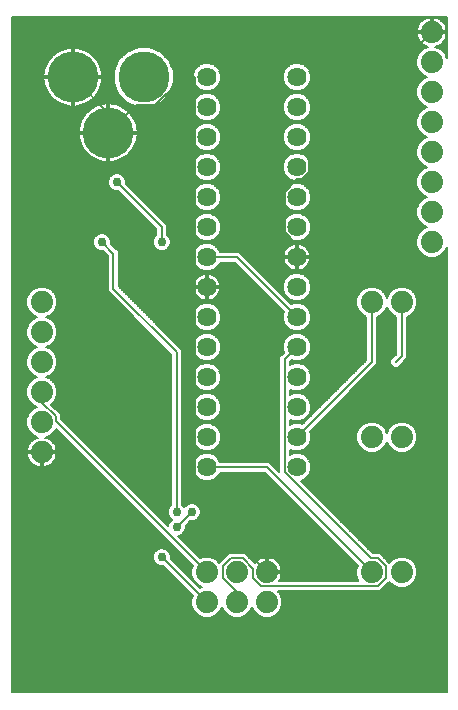
<source format=gbl>
G75*
%MOIN*%
%OFA0B0*%
%FSLAX25Y25*%
%IPPOS*%
%LPD*%
%AMOC8*
5,1,8,0,0,1.08239X$1,22.5*
%
%ADD10C,0.07400*%
%ADD11C,0.17000*%
%ADD12C,0.06400*%
%ADD13C,0.00600*%
%ADD14C,0.02978*%
D10*
X0025000Y0081300D03*
X0025000Y0091300D03*
X0025000Y0101300D03*
X0025000Y0111300D03*
X0025000Y0121300D03*
X0025000Y0131300D03*
X0080000Y0041300D03*
X0080000Y0031300D03*
X0090000Y0031300D03*
X0090000Y0041300D03*
X0100000Y0041300D03*
X0100000Y0031300D03*
X0135000Y0041300D03*
X0145000Y0041300D03*
X0145000Y0086300D03*
X0135000Y0086300D03*
X0135000Y0131300D03*
X0145000Y0131300D03*
X0155000Y0151300D03*
X0155000Y0161300D03*
X0155000Y0171300D03*
X0155000Y0181300D03*
X0155000Y0191300D03*
X0155000Y0201300D03*
X0155000Y0211300D03*
X0155000Y0221300D03*
D11*
X0058937Y0206300D03*
X0047126Y0187796D03*
X0035315Y0206300D03*
D12*
X0080000Y0206300D03*
X0080000Y0196300D03*
X0080000Y0186300D03*
X0080000Y0176300D03*
X0080000Y0166300D03*
X0080000Y0156300D03*
X0080000Y0146300D03*
X0080000Y0136300D03*
X0080000Y0126300D03*
X0080000Y0116300D03*
X0080000Y0106300D03*
X0080000Y0096300D03*
X0080000Y0086300D03*
X0080000Y0076300D03*
X0110000Y0076300D03*
X0110000Y0086300D03*
X0110000Y0096300D03*
X0110000Y0106300D03*
X0110000Y0116300D03*
X0110000Y0126300D03*
X0110000Y0136300D03*
X0110000Y0146300D03*
X0110000Y0156300D03*
X0110000Y0166300D03*
X0110000Y0176300D03*
X0110000Y0186300D03*
X0110000Y0196300D03*
X0110000Y0206300D03*
D13*
X0160000Y0001300D02*
X0015000Y0001300D01*
X0015000Y0226300D01*
X0160000Y0226300D01*
X0160000Y0212817D01*
X0159408Y0214246D01*
X0157946Y0215708D01*
X0156198Y0216432D01*
X0156919Y0216666D01*
X0157621Y0217024D01*
X0158257Y0217486D01*
X0158814Y0218043D01*
X0159276Y0218679D01*
X0159634Y0219381D01*
X0159877Y0220129D01*
X0160000Y0220906D01*
X0160000Y0221000D01*
X0155300Y0221000D01*
X0155300Y0221600D01*
X0160000Y0221600D01*
X0160000Y0221694D01*
X0159877Y0222471D01*
X0159634Y0223219D01*
X0159276Y0223921D01*
X0158814Y0224557D01*
X0158257Y0225114D01*
X0157621Y0225576D01*
X0156919Y0225934D01*
X0156171Y0226177D01*
X0155394Y0226300D01*
X0155300Y0226300D01*
X0155300Y0221600D01*
X0154700Y0221600D01*
X0154700Y0226300D01*
X0154606Y0226300D01*
X0153829Y0226177D01*
X0153081Y0225934D01*
X0152379Y0225576D01*
X0151743Y0225114D01*
X0151186Y0224557D01*
X0150724Y0223921D01*
X0150366Y0223219D01*
X0150123Y0222471D01*
X0150000Y0221694D01*
X0150000Y0221600D01*
X0154700Y0221600D01*
X0154700Y0221000D01*
X0150000Y0221000D01*
X0150000Y0220906D01*
X0150123Y0220129D01*
X0150366Y0219381D01*
X0150724Y0218679D01*
X0151186Y0218043D01*
X0151743Y0217486D01*
X0152379Y0217024D01*
X0153081Y0216666D01*
X0153802Y0216432D01*
X0152054Y0215708D01*
X0150592Y0214246D01*
X0149800Y0212334D01*
X0149800Y0210266D01*
X0150592Y0208354D01*
X0152054Y0206892D01*
X0153483Y0206300D01*
X0152054Y0205708D01*
X0150592Y0204246D01*
X0149800Y0202334D01*
X0149800Y0200266D01*
X0150592Y0198354D01*
X0152054Y0196892D01*
X0153483Y0196300D01*
X0152054Y0195708D01*
X0150592Y0194246D01*
X0149800Y0192334D01*
X0149800Y0190266D01*
X0150592Y0188354D01*
X0152054Y0186892D01*
X0153483Y0186300D01*
X0152054Y0185708D01*
X0150592Y0184246D01*
X0149800Y0182334D01*
X0149800Y0180266D01*
X0150592Y0178354D01*
X0152054Y0176892D01*
X0153483Y0176300D01*
X0152054Y0175708D01*
X0150592Y0174246D01*
X0149800Y0172334D01*
X0149800Y0170266D01*
X0150592Y0168354D01*
X0152054Y0166892D01*
X0153483Y0166300D01*
X0152054Y0165708D01*
X0150592Y0164246D01*
X0149800Y0162334D01*
X0149800Y0160266D01*
X0150592Y0158354D01*
X0152054Y0156892D01*
X0153483Y0156300D01*
X0152054Y0155708D01*
X0150592Y0154246D01*
X0149800Y0152334D01*
X0149800Y0150266D01*
X0150592Y0148354D01*
X0152054Y0146892D01*
X0153966Y0146100D01*
X0156034Y0146100D01*
X0157946Y0146892D01*
X0159408Y0148354D01*
X0160000Y0149783D01*
X0160000Y0001300D01*
X0015000Y0001300D01*
X0015000Y0001899D02*
X0160000Y0001899D01*
X0160000Y0002497D02*
X0015000Y0002497D01*
X0015000Y0003096D02*
X0160000Y0003096D01*
X0160000Y0003694D02*
X0015000Y0003694D01*
X0015000Y0004293D02*
X0160000Y0004293D01*
X0160000Y0004891D02*
X0015000Y0004891D01*
X0015000Y0005490D02*
X0160000Y0005490D01*
X0160000Y0006088D02*
X0015000Y0006088D01*
X0015000Y0006687D02*
X0160000Y0006687D01*
X0160000Y0007285D02*
X0015000Y0007285D01*
X0015000Y0007884D02*
X0160000Y0007884D01*
X0160000Y0008482D02*
X0015000Y0008482D01*
X0015000Y0009081D02*
X0160000Y0009081D01*
X0160000Y0009679D02*
X0015000Y0009679D01*
X0015000Y0010278D02*
X0160000Y0010278D01*
X0160000Y0010876D02*
X0015000Y0010876D01*
X0015000Y0011475D02*
X0160000Y0011475D01*
X0160000Y0012073D02*
X0015000Y0012073D01*
X0015000Y0012672D02*
X0160000Y0012672D01*
X0160000Y0013270D02*
X0015000Y0013270D01*
X0015000Y0013869D02*
X0160000Y0013869D01*
X0160000Y0014467D02*
X0015000Y0014467D01*
X0015000Y0015066D02*
X0160000Y0015066D01*
X0160000Y0015664D02*
X0015000Y0015664D01*
X0015000Y0016263D02*
X0160000Y0016263D01*
X0160000Y0016861D02*
X0015000Y0016861D01*
X0015000Y0017460D02*
X0160000Y0017460D01*
X0160000Y0018058D02*
X0015000Y0018058D01*
X0015000Y0018657D02*
X0160000Y0018657D01*
X0160000Y0019255D02*
X0015000Y0019255D01*
X0015000Y0019854D02*
X0160000Y0019854D01*
X0160000Y0020452D02*
X0015000Y0020452D01*
X0015000Y0021051D02*
X0160000Y0021051D01*
X0160000Y0021649D02*
X0015000Y0021649D01*
X0015000Y0022248D02*
X0160000Y0022248D01*
X0160000Y0022846D02*
X0015000Y0022846D01*
X0015000Y0023445D02*
X0160000Y0023445D01*
X0160000Y0024043D02*
X0015000Y0024043D01*
X0015000Y0024642D02*
X0160000Y0024642D01*
X0160000Y0025240D02*
X0015000Y0025240D01*
X0015000Y0025839D02*
X0160000Y0025839D01*
X0160000Y0026437D02*
X0101849Y0026437D01*
X0101034Y0026100D02*
X0102946Y0026892D01*
X0104408Y0028354D01*
X0105200Y0030266D01*
X0105200Y0032334D01*
X0104408Y0034246D01*
X0103754Y0034900D01*
X0137651Y0034900D01*
X0138705Y0035954D01*
X0138705Y0035954D01*
X0140346Y0037595D01*
X0140849Y0038098D01*
X0142054Y0036892D01*
X0143966Y0036100D01*
X0146034Y0036100D01*
X0147946Y0036892D01*
X0149408Y0038354D01*
X0150200Y0040266D01*
X0150200Y0042334D01*
X0149408Y0044246D01*
X0147946Y0045708D01*
X0146034Y0046500D01*
X0143966Y0046500D01*
X0142054Y0045708D01*
X0140849Y0044502D01*
X0138705Y0046646D01*
X0137651Y0047700D01*
X0135347Y0047700D01*
X0111297Y0071750D01*
X0112662Y0072316D01*
X0113984Y0073638D01*
X0114700Y0075365D01*
X0114700Y0077235D01*
X0113984Y0078962D01*
X0112662Y0080284D01*
X0110935Y0081000D01*
X0109065Y0081000D01*
X0107700Y0080435D01*
X0107700Y0082165D01*
X0109065Y0081600D01*
X0110935Y0081600D01*
X0112662Y0082316D01*
X0113984Y0083638D01*
X0114700Y0085365D01*
X0114700Y0087235D01*
X0114343Y0088097D01*
X0136800Y0110554D01*
X0136800Y0126417D01*
X0137946Y0126892D01*
X0139408Y0128354D01*
X0140000Y0129783D01*
X0140592Y0128354D01*
X0142054Y0126892D01*
X0143200Y0126417D01*
X0143200Y0114046D01*
X0141200Y0112046D01*
X0141200Y0110554D01*
X0142254Y0109500D01*
X0143746Y0109500D01*
X0146800Y0112554D01*
X0146800Y0126417D01*
X0147946Y0126892D01*
X0149408Y0128354D01*
X0150200Y0130266D01*
X0150200Y0132334D01*
X0149408Y0134246D01*
X0147946Y0135708D01*
X0146034Y0136500D01*
X0143966Y0136500D01*
X0142054Y0135708D01*
X0140592Y0134246D01*
X0140000Y0132817D01*
X0139408Y0134246D01*
X0137946Y0135708D01*
X0136034Y0136500D01*
X0133966Y0136500D01*
X0132054Y0135708D01*
X0130592Y0134246D01*
X0129800Y0132334D01*
X0129800Y0130266D01*
X0130592Y0128354D01*
X0132054Y0126892D01*
X0133200Y0126417D01*
X0133200Y0112046D01*
X0111797Y0090643D01*
X0110935Y0091000D01*
X0109065Y0091000D01*
X0107700Y0090435D01*
X0107700Y0092165D01*
X0109065Y0091600D01*
X0110935Y0091600D01*
X0112662Y0092316D01*
X0113984Y0093638D01*
X0114700Y0095365D01*
X0114700Y0097235D01*
X0113984Y0098962D01*
X0112662Y0100284D01*
X0110935Y0101000D01*
X0109065Y0101000D01*
X0107700Y0100435D01*
X0107700Y0102165D01*
X0109065Y0101600D01*
X0110935Y0101600D01*
X0112662Y0102316D01*
X0113984Y0103638D01*
X0114700Y0105365D01*
X0114700Y0107235D01*
X0113984Y0108962D01*
X0112662Y0110284D01*
X0110935Y0111000D01*
X0109065Y0111000D01*
X0107700Y0110435D01*
X0107700Y0111454D01*
X0108203Y0111957D01*
X0109065Y0111600D01*
X0110935Y0111600D01*
X0112662Y0112316D01*
X0113984Y0113638D01*
X0114700Y0115365D01*
X0114700Y0117235D01*
X0113984Y0118962D01*
X0112662Y0120284D01*
X0110935Y0121000D01*
X0109065Y0121000D01*
X0107338Y0120284D01*
X0106016Y0118962D01*
X0105300Y0117235D01*
X0105300Y0115365D01*
X0105657Y0114503D01*
X0104100Y0112946D01*
X0104100Y0074746D01*
X0100746Y0078100D01*
X0084342Y0078100D01*
X0083984Y0078962D01*
X0082662Y0080284D01*
X0080935Y0081000D01*
X0079065Y0081000D01*
X0077338Y0080284D01*
X0076016Y0078962D01*
X0075300Y0077235D01*
X0075300Y0075365D01*
X0076016Y0073638D01*
X0077338Y0072316D01*
X0079065Y0071600D01*
X0080935Y0071600D01*
X0082662Y0072316D01*
X0083984Y0073638D01*
X0084342Y0074500D01*
X0099254Y0074500D01*
X0130275Y0043480D01*
X0129800Y0042334D01*
X0129800Y0040266D01*
X0130531Y0038500D01*
X0104146Y0038500D01*
X0104276Y0038679D01*
X0104634Y0039381D01*
X0104877Y0040129D01*
X0105000Y0040906D01*
X0105000Y0041000D01*
X0100300Y0041000D01*
X0100300Y0041600D01*
X0099700Y0041600D01*
X0099700Y0046300D01*
X0099606Y0046300D01*
X0098829Y0046177D01*
X0098081Y0045934D01*
X0097379Y0045576D01*
X0096743Y0045114D01*
X0096186Y0044557D01*
X0096021Y0044330D01*
X0092651Y0047700D01*
X0087349Y0047700D01*
X0084151Y0044502D01*
X0082946Y0045708D01*
X0081034Y0046500D01*
X0078966Y0046500D01*
X0077820Y0046025D01*
X0070535Y0053311D01*
X0070595Y0053311D01*
X0071693Y0053766D01*
X0072534Y0054607D01*
X0072989Y0055705D01*
X0072989Y0056743D01*
X0074557Y0058311D01*
X0075595Y0058311D01*
X0076693Y0058766D01*
X0077534Y0059607D01*
X0077989Y0060705D01*
X0077989Y0061895D01*
X0077534Y0062993D01*
X0076693Y0063834D01*
X0075595Y0064289D01*
X0074405Y0064289D01*
X0073307Y0063834D01*
X0072500Y0063027D01*
X0071800Y0063727D01*
X0071800Y0115349D01*
X0050600Y0136549D01*
X0050600Y0148246D01*
X0049546Y0149300D01*
X0047989Y0150857D01*
X0047989Y0151895D01*
X0047534Y0152993D01*
X0046693Y0153834D01*
X0045595Y0154289D01*
X0044405Y0154289D01*
X0043307Y0153834D01*
X0042466Y0152993D01*
X0042011Y0151895D01*
X0042011Y0150705D01*
X0042466Y0149607D01*
X0043307Y0148766D01*
X0044405Y0148311D01*
X0045443Y0148311D01*
X0047000Y0146754D01*
X0047000Y0135057D01*
X0068200Y0113857D01*
X0068200Y0063727D01*
X0067466Y0062993D01*
X0067011Y0061895D01*
X0067011Y0060705D01*
X0067466Y0059607D01*
X0068273Y0058800D01*
X0067466Y0057993D01*
X0067011Y0056895D01*
X0067011Y0056835D01*
X0031400Y0092446D01*
X0031400Y0093951D01*
X0028202Y0097149D01*
X0029408Y0098354D01*
X0030200Y0100266D01*
X0030200Y0102334D01*
X0029408Y0104246D01*
X0027946Y0105708D01*
X0026517Y0106300D01*
X0027946Y0106892D01*
X0029408Y0108354D01*
X0030200Y0110266D01*
X0030200Y0112334D01*
X0029408Y0114246D01*
X0027946Y0115708D01*
X0026517Y0116300D01*
X0027946Y0116892D01*
X0029408Y0118354D01*
X0030200Y0120266D01*
X0030200Y0122334D01*
X0029408Y0124246D01*
X0027946Y0125708D01*
X0026517Y0126300D01*
X0027946Y0126892D01*
X0029408Y0128354D01*
X0030200Y0130266D01*
X0030200Y0132334D01*
X0029408Y0134246D01*
X0027946Y0135708D01*
X0026034Y0136500D01*
X0023966Y0136500D01*
X0022054Y0135708D01*
X0020592Y0134246D01*
X0019800Y0132334D01*
X0019800Y0130266D01*
X0020592Y0128354D01*
X0022054Y0126892D01*
X0023483Y0126300D01*
X0022054Y0125708D01*
X0020592Y0124246D01*
X0019800Y0122334D01*
X0019800Y0120266D01*
X0020592Y0118354D01*
X0022054Y0116892D01*
X0023483Y0116300D01*
X0022054Y0115708D01*
X0020592Y0114246D01*
X0019800Y0112334D01*
X0019800Y0110266D01*
X0020592Y0108354D01*
X0022054Y0106892D01*
X0023483Y0106300D01*
X0022054Y0105708D01*
X0020592Y0104246D01*
X0019800Y0102334D01*
X0019800Y0100266D01*
X0020592Y0098354D01*
X0022054Y0096892D01*
X0023483Y0096300D01*
X0022054Y0095708D01*
X0020592Y0094246D01*
X0019800Y0092334D01*
X0019800Y0090266D01*
X0020592Y0088354D01*
X0022054Y0086892D01*
X0023802Y0086168D01*
X0023081Y0085934D01*
X0022379Y0085576D01*
X0021743Y0085114D01*
X0021186Y0084557D01*
X0020724Y0083921D01*
X0020366Y0083219D01*
X0020123Y0082471D01*
X0020000Y0081694D01*
X0020000Y0081600D01*
X0024700Y0081600D01*
X0024700Y0081000D01*
X0025300Y0081000D01*
X0025300Y0081600D01*
X0030000Y0081600D01*
X0030000Y0081694D01*
X0029877Y0082471D01*
X0029634Y0083219D01*
X0029276Y0083921D01*
X0028814Y0084557D01*
X0028257Y0085114D01*
X0027621Y0085576D01*
X0026919Y0085934D01*
X0026198Y0086168D01*
X0027946Y0086892D01*
X0029408Y0088354D01*
X0029699Y0089056D01*
X0075275Y0043480D01*
X0074800Y0042334D01*
X0074800Y0040266D01*
X0075592Y0038354D01*
X0077054Y0036892D01*
X0078483Y0036300D01*
X0077820Y0036025D01*
X0067989Y0045857D01*
X0067989Y0046895D01*
X0067534Y0047993D01*
X0066693Y0048834D01*
X0065595Y0049289D01*
X0064405Y0049289D01*
X0063307Y0048834D01*
X0062466Y0047993D01*
X0062011Y0046895D01*
X0062011Y0045705D01*
X0062466Y0044607D01*
X0063307Y0043766D01*
X0064405Y0043311D01*
X0065443Y0043311D01*
X0075275Y0033480D01*
X0074800Y0032334D01*
X0074800Y0030266D01*
X0075592Y0028354D01*
X0077054Y0026892D01*
X0078966Y0026100D01*
X0081034Y0026100D01*
X0082946Y0026892D01*
X0084408Y0028354D01*
X0085000Y0029783D01*
X0085592Y0028354D01*
X0087054Y0026892D01*
X0088966Y0026100D01*
X0091034Y0026100D01*
X0092946Y0026892D01*
X0094408Y0028354D01*
X0095000Y0029783D01*
X0095592Y0028354D01*
X0097054Y0026892D01*
X0098966Y0026100D01*
X0101034Y0026100D01*
X0103090Y0027036D02*
X0160000Y0027036D01*
X0160000Y0027634D02*
X0103688Y0027634D01*
X0104287Y0028233D02*
X0160000Y0028233D01*
X0160000Y0028832D02*
X0104606Y0028832D01*
X0104854Y0029430D02*
X0160000Y0029430D01*
X0160000Y0030029D02*
X0105102Y0030029D01*
X0105200Y0030627D02*
X0160000Y0030627D01*
X0160000Y0031226D02*
X0105200Y0031226D01*
X0105200Y0031824D02*
X0160000Y0031824D01*
X0160000Y0032423D02*
X0105163Y0032423D01*
X0104916Y0033021D02*
X0160000Y0033021D01*
X0160000Y0033620D02*
X0104668Y0033620D01*
X0104420Y0034218D02*
X0160000Y0034218D01*
X0160000Y0034817D02*
X0103837Y0034817D01*
X0104443Y0039006D02*
X0130322Y0039006D01*
X0130074Y0039605D02*
X0104706Y0039605D01*
X0104889Y0040203D02*
X0129826Y0040203D01*
X0129800Y0040802D02*
X0104983Y0040802D01*
X0105000Y0041600D02*
X0105000Y0041694D01*
X0104877Y0042471D01*
X0104634Y0043219D01*
X0104276Y0043921D01*
X0103814Y0044557D01*
X0103257Y0045114D01*
X0102621Y0045576D01*
X0101919Y0045934D01*
X0101171Y0046177D01*
X0100394Y0046300D01*
X0100300Y0046300D01*
X0100300Y0041600D01*
X0105000Y0041600D01*
X0104952Y0041999D02*
X0129800Y0041999D01*
X0129800Y0041400D02*
X0100300Y0041400D01*
X0100000Y0041300D02*
X0075900Y0065400D01*
X0075900Y0206300D01*
X0072231Y0206300D01*
X0062831Y0196900D01*
X0056230Y0196900D01*
X0047126Y0187796D01*
X0047126Y0194489D01*
X0035315Y0206300D01*
X0035615Y0206589D02*
X0048937Y0206589D01*
X0048937Y0205991D02*
X0045115Y0205991D01*
X0045115Y0206000D02*
X0035615Y0206000D01*
X0035615Y0206600D01*
X0045115Y0206600D01*
X0045115Y0206850D01*
X0044992Y0207944D01*
X0044747Y0209017D01*
X0044383Y0210056D01*
X0043906Y0211048D01*
X0043320Y0211980D01*
X0042634Y0212840D01*
X0041855Y0213619D01*
X0040995Y0214305D01*
X0040063Y0214891D01*
X0039071Y0215368D01*
X0038032Y0215732D01*
X0036959Y0215977D01*
X0035865Y0216100D01*
X0035615Y0216100D01*
X0035615Y0206600D01*
X0035015Y0206600D01*
X0035015Y0216100D01*
X0034765Y0216100D01*
X0033671Y0215977D01*
X0032598Y0215732D01*
X0031559Y0215368D01*
X0030567Y0214891D01*
X0029635Y0214305D01*
X0028774Y0213619D01*
X0027996Y0212840D01*
X0027310Y0211980D01*
X0026724Y0211048D01*
X0026247Y0210056D01*
X0025883Y0209017D01*
X0025638Y0207944D01*
X0025515Y0206850D01*
X0025515Y0206600D01*
X0035015Y0206600D01*
X0035015Y0206000D01*
X0035615Y0206000D01*
X0035615Y0196500D01*
X0035865Y0196500D01*
X0036959Y0196623D01*
X0038032Y0196868D01*
X0039071Y0197232D01*
X0040063Y0197709D01*
X0040995Y0198295D01*
X0041855Y0198981D01*
X0042634Y0199760D01*
X0043320Y0200620D01*
X0043906Y0201552D01*
X0044383Y0202544D01*
X0044747Y0203583D01*
X0044992Y0204656D01*
X0045115Y0205750D01*
X0045115Y0206000D01*
X0045075Y0205392D02*
X0048937Y0205392D01*
X0048937Y0204794D02*
X0045007Y0204794D01*
X0044887Y0204195D02*
X0048985Y0204195D01*
X0048937Y0204311D02*
X0050459Y0200635D01*
X0053272Y0197822D01*
X0056948Y0196300D01*
X0060926Y0196300D01*
X0064602Y0197822D01*
X0067415Y0200635D01*
X0068937Y0204311D01*
X0068937Y0208289D01*
X0067415Y0211965D01*
X0064602Y0214778D01*
X0060926Y0216300D01*
X0056948Y0216300D01*
X0053272Y0214778D01*
X0050459Y0211965D01*
X0048937Y0208289D01*
X0048937Y0204311D01*
X0049233Y0203597D02*
X0044750Y0203597D01*
X0044542Y0202998D02*
X0049481Y0202998D01*
X0049729Y0202400D02*
X0044314Y0202400D01*
X0044026Y0201801D02*
X0049977Y0201801D01*
X0050224Y0201203D02*
X0043686Y0201203D01*
X0043307Y0200604D02*
X0050491Y0200604D01*
X0051089Y0200006D02*
X0042830Y0200006D01*
X0042281Y0199407D02*
X0051688Y0199407D01*
X0052286Y0198809D02*
X0041639Y0198809D01*
X0040860Y0198210D02*
X0052885Y0198210D01*
X0053781Y0197612D02*
X0039860Y0197612D01*
X0038447Y0197013D02*
X0043795Y0197013D01*
X0043370Y0196864D02*
X0044409Y0197228D01*
X0045482Y0197473D01*
X0046576Y0197596D01*
X0046826Y0197596D01*
X0046826Y0188096D01*
X0046826Y0187496D01*
X0047426Y0187496D01*
X0047426Y0177996D01*
X0047676Y0177996D01*
X0048770Y0178119D01*
X0049843Y0178364D01*
X0050882Y0178728D01*
X0051874Y0179205D01*
X0052806Y0179791D01*
X0053666Y0180477D01*
X0054445Y0181256D01*
X0055131Y0182116D01*
X0055717Y0183048D01*
X0056194Y0184040D01*
X0056558Y0185079D01*
X0056803Y0186152D01*
X0056926Y0187246D01*
X0056926Y0187496D01*
X0047426Y0187496D01*
X0047426Y0188096D01*
X0056926Y0188096D01*
X0056926Y0188346D01*
X0056803Y0189440D01*
X0056558Y0190513D01*
X0056194Y0191552D01*
X0055717Y0192544D01*
X0055131Y0193476D01*
X0054445Y0194337D01*
X0053666Y0195115D01*
X0052806Y0195801D01*
X0051874Y0196387D01*
X0050882Y0196864D01*
X0049843Y0197228D01*
X0048770Y0197473D01*
X0047676Y0197596D01*
X0047426Y0197596D01*
X0047426Y0188096D01*
X0046826Y0188096D01*
X0037326Y0188096D01*
X0037326Y0188346D01*
X0037449Y0189440D01*
X0037694Y0190513D01*
X0038058Y0191552D01*
X0038535Y0192544D01*
X0039121Y0193476D01*
X0039807Y0194337D01*
X0040585Y0195115D01*
X0041446Y0195801D01*
X0042378Y0196387D01*
X0043370Y0196864D01*
X0042436Y0196415D02*
X0015000Y0196415D01*
X0015000Y0197013D02*
X0032183Y0197013D01*
X0032598Y0196868D02*
X0031559Y0197232D01*
X0030567Y0197709D01*
X0029635Y0198295D01*
X0028774Y0198981D01*
X0027996Y0199760D01*
X0027310Y0200620D01*
X0026724Y0201552D01*
X0026247Y0202544D01*
X0025883Y0203583D01*
X0025638Y0204656D01*
X0025515Y0205750D01*
X0025515Y0206000D01*
X0035015Y0206000D01*
X0035015Y0196500D01*
X0034765Y0196500D01*
X0033671Y0196623D01*
X0032598Y0196868D01*
X0030770Y0197612D02*
X0015000Y0197612D01*
X0015000Y0198210D02*
X0029770Y0198210D01*
X0028991Y0198809D02*
X0015000Y0198809D01*
X0015000Y0199407D02*
X0028348Y0199407D01*
X0027800Y0200006D02*
X0015000Y0200006D01*
X0015000Y0200604D02*
X0027322Y0200604D01*
X0026944Y0201203D02*
X0015000Y0201203D01*
X0015000Y0201801D02*
X0026604Y0201801D01*
X0026316Y0202400D02*
X0015000Y0202400D01*
X0015000Y0202998D02*
X0026088Y0202998D01*
X0025880Y0203597D02*
X0015000Y0203597D01*
X0015000Y0204195D02*
X0025743Y0204195D01*
X0025623Y0204794D02*
X0015000Y0204794D01*
X0015000Y0205392D02*
X0025555Y0205392D01*
X0025515Y0205991D02*
X0015000Y0205991D01*
X0015000Y0206589D02*
X0035015Y0206589D01*
X0035015Y0205991D02*
X0035615Y0205991D01*
X0035615Y0205392D02*
X0035015Y0205392D01*
X0035015Y0204794D02*
X0035615Y0204794D01*
X0035615Y0204195D02*
X0035015Y0204195D01*
X0035015Y0203597D02*
X0035615Y0203597D01*
X0035615Y0202998D02*
X0035015Y0202998D01*
X0035015Y0202400D02*
X0035615Y0202400D01*
X0035615Y0201801D02*
X0035015Y0201801D01*
X0035015Y0201203D02*
X0035615Y0201203D01*
X0035615Y0200604D02*
X0035015Y0200604D01*
X0035015Y0200006D02*
X0035615Y0200006D01*
X0035615Y0199407D02*
X0035015Y0199407D01*
X0035015Y0198809D02*
X0035615Y0198809D01*
X0035615Y0198210D02*
X0035015Y0198210D01*
X0035015Y0197612D02*
X0035615Y0197612D01*
X0035615Y0197013D02*
X0035015Y0197013D01*
X0038711Y0192824D02*
X0015000Y0192824D01*
X0015000Y0193422D02*
X0039087Y0193422D01*
X0039555Y0194021D02*
X0015000Y0194021D01*
X0015000Y0194619D02*
X0040090Y0194619D01*
X0040714Y0195218D02*
X0015000Y0195218D01*
X0015000Y0195816D02*
X0041470Y0195816D01*
X0038382Y0192225D02*
X0015000Y0192225D01*
X0015000Y0191627D02*
X0038094Y0191627D01*
X0037874Y0191028D02*
X0015000Y0191028D01*
X0015000Y0190430D02*
X0037675Y0190430D01*
X0037538Y0189831D02*
X0015000Y0189831D01*
X0015000Y0189233D02*
X0037426Y0189233D01*
X0037358Y0188634D02*
X0015000Y0188634D01*
X0015000Y0188036D02*
X0046826Y0188036D01*
X0046826Y0187496D02*
X0037326Y0187496D01*
X0037326Y0187246D01*
X0037449Y0186152D01*
X0037694Y0185079D01*
X0038058Y0184040D01*
X0038535Y0183048D01*
X0039121Y0182116D01*
X0039807Y0181256D01*
X0040585Y0180477D01*
X0041446Y0179791D01*
X0042378Y0179205D01*
X0043370Y0178728D01*
X0044409Y0178364D01*
X0045482Y0178119D01*
X0046576Y0177996D01*
X0046826Y0177996D01*
X0046826Y0187496D01*
X0046826Y0187437D02*
X0047426Y0187437D01*
X0047426Y0186839D02*
X0046826Y0186839D01*
X0046826Y0186240D02*
X0047426Y0186240D01*
X0047426Y0185641D02*
X0046826Y0185641D01*
X0046826Y0185043D02*
X0047426Y0185043D01*
X0047426Y0184444D02*
X0046826Y0184444D01*
X0046826Y0183846D02*
X0047426Y0183846D01*
X0047426Y0183247D02*
X0046826Y0183247D01*
X0046826Y0182649D02*
X0047426Y0182649D01*
X0047426Y0182050D02*
X0046826Y0182050D01*
X0046826Y0181452D02*
X0047426Y0181452D01*
X0047426Y0180853D02*
X0046826Y0180853D01*
X0046826Y0180255D02*
X0047426Y0180255D01*
X0047426Y0179656D02*
X0046826Y0179656D01*
X0046826Y0179058D02*
X0047426Y0179058D01*
X0047426Y0178459D02*
X0046826Y0178459D01*
X0044137Y0178459D02*
X0015000Y0178459D01*
X0015000Y0177861D02*
X0075559Y0177861D01*
X0075807Y0178459D02*
X0050115Y0178459D01*
X0051568Y0179058D02*
X0076111Y0179058D01*
X0076016Y0178962D02*
X0075300Y0177235D01*
X0075300Y0175365D01*
X0076016Y0173638D01*
X0077338Y0172316D01*
X0079065Y0171600D01*
X0080935Y0171600D01*
X0082662Y0172316D01*
X0083984Y0173638D01*
X0084700Y0175365D01*
X0084700Y0177235D01*
X0083984Y0178962D01*
X0082662Y0180284D01*
X0080935Y0181000D01*
X0079065Y0181000D01*
X0077338Y0180284D01*
X0076016Y0178962D01*
X0076710Y0179656D02*
X0052592Y0179656D01*
X0053388Y0180255D02*
X0077308Y0180255D01*
X0078711Y0180853D02*
X0054043Y0180853D01*
X0054601Y0181452D02*
X0149800Y0181452D01*
X0149800Y0182050D02*
X0112022Y0182050D01*
X0112662Y0182316D02*
X0113984Y0183638D01*
X0114700Y0185365D01*
X0114700Y0187235D01*
X0113984Y0188962D01*
X0112662Y0190284D01*
X0110935Y0191000D01*
X0109065Y0191000D01*
X0107338Y0190284D01*
X0106016Y0188962D01*
X0105300Y0187235D01*
X0105300Y0185365D01*
X0106016Y0183638D01*
X0107338Y0182316D01*
X0109065Y0181600D01*
X0110935Y0181600D01*
X0112662Y0182316D01*
X0112996Y0182649D02*
X0149930Y0182649D01*
X0150178Y0183247D02*
X0113594Y0183247D01*
X0114071Y0183846D02*
X0150426Y0183846D01*
X0150791Y0184444D02*
X0114319Y0184444D01*
X0114567Y0185043D02*
X0151389Y0185043D01*
X0151988Y0185641D02*
X0114700Y0185641D01*
X0114700Y0186240D02*
X0153338Y0186240D01*
X0152183Y0186839D02*
X0114700Y0186839D01*
X0114616Y0187437D02*
X0151509Y0187437D01*
X0150911Y0188036D02*
X0114368Y0188036D01*
X0114120Y0188634D02*
X0150476Y0188634D01*
X0150228Y0189233D02*
X0113714Y0189233D01*
X0113116Y0189831D02*
X0149980Y0189831D01*
X0149800Y0190430D02*
X0112312Y0190430D01*
X0110999Y0191627D02*
X0149800Y0191627D01*
X0149800Y0192225D02*
X0112444Y0192225D01*
X0112662Y0192316D02*
X0113984Y0193638D01*
X0114700Y0195365D01*
X0114700Y0197235D01*
X0113984Y0198962D01*
X0112662Y0200284D01*
X0110935Y0201000D01*
X0109065Y0201000D01*
X0107338Y0200284D01*
X0106016Y0198962D01*
X0105300Y0197235D01*
X0105300Y0195365D01*
X0106016Y0193638D01*
X0107338Y0192316D01*
X0109065Y0191600D01*
X0110935Y0191600D01*
X0112662Y0192316D01*
X0113170Y0192824D02*
X0150003Y0192824D01*
X0150251Y0193422D02*
X0113769Y0193422D01*
X0114143Y0194021D02*
X0150498Y0194021D01*
X0150965Y0194619D02*
X0114391Y0194619D01*
X0114639Y0195218D02*
X0151564Y0195218D01*
X0152315Y0195816D02*
X0114700Y0195816D01*
X0114700Y0196415D02*
X0153206Y0196415D01*
X0151933Y0197013D02*
X0114700Y0197013D01*
X0114544Y0197612D02*
X0151334Y0197612D01*
X0150736Y0198210D02*
X0114296Y0198210D01*
X0114048Y0198809D02*
X0150403Y0198809D01*
X0150156Y0199407D02*
X0113540Y0199407D01*
X0112941Y0200006D02*
X0149908Y0200006D01*
X0149800Y0200604D02*
X0111890Y0200604D01*
X0111421Y0201801D02*
X0149800Y0201801D01*
X0149800Y0201203D02*
X0067650Y0201203D01*
X0067897Y0201801D02*
X0078579Y0201801D01*
X0079065Y0201600D02*
X0080935Y0201600D01*
X0082662Y0202316D01*
X0083984Y0203638D01*
X0084700Y0205365D01*
X0084700Y0207235D01*
X0083984Y0208962D01*
X0082662Y0210284D01*
X0080935Y0211000D01*
X0079065Y0211000D01*
X0077338Y0210284D01*
X0076016Y0208962D01*
X0075300Y0207235D01*
X0075300Y0205365D01*
X0076016Y0203638D01*
X0077338Y0202316D01*
X0079065Y0201600D01*
X0079065Y0201000D02*
X0077338Y0200284D01*
X0076016Y0198962D01*
X0075300Y0197235D01*
X0075300Y0195365D01*
X0076016Y0193638D01*
X0077338Y0192316D01*
X0079065Y0191600D01*
X0080935Y0191600D01*
X0082662Y0192316D01*
X0083984Y0193638D01*
X0084700Y0195365D01*
X0084700Y0197235D01*
X0083984Y0198962D01*
X0082662Y0200284D01*
X0080935Y0201000D01*
X0079065Y0201000D01*
X0078110Y0200604D02*
X0067383Y0200604D01*
X0066785Y0200006D02*
X0077059Y0200006D01*
X0076460Y0199407D02*
X0066186Y0199407D01*
X0065588Y0198809D02*
X0075952Y0198809D01*
X0075704Y0198210D02*
X0064989Y0198210D01*
X0064093Y0197612D02*
X0075456Y0197612D01*
X0075300Y0197013D02*
X0062648Y0197013D01*
X0061203Y0196415D02*
X0075300Y0196415D01*
X0075300Y0195816D02*
X0052782Y0195816D01*
X0053538Y0195218D02*
X0075361Y0195218D01*
X0075609Y0194619D02*
X0054162Y0194619D01*
X0054697Y0194021D02*
X0075857Y0194021D01*
X0076231Y0193422D02*
X0055165Y0193422D01*
X0055541Y0192824D02*
X0076830Y0192824D01*
X0077556Y0192225D02*
X0055870Y0192225D01*
X0056158Y0191627D02*
X0079001Y0191627D01*
X0079065Y0191000D02*
X0077338Y0190284D01*
X0076016Y0188962D01*
X0075300Y0187235D01*
X0075300Y0185365D01*
X0076016Y0183638D01*
X0077338Y0182316D01*
X0079065Y0181600D01*
X0080935Y0181600D01*
X0082662Y0182316D01*
X0083984Y0183638D01*
X0084700Y0185365D01*
X0084700Y0187235D01*
X0083984Y0188962D01*
X0082662Y0190284D01*
X0080935Y0191000D01*
X0079065Y0191000D01*
X0077688Y0190430D02*
X0056577Y0190430D01*
X0056714Y0189831D02*
X0076884Y0189831D01*
X0076286Y0189233D02*
X0056826Y0189233D01*
X0056894Y0188634D02*
X0075880Y0188634D01*
X0075632Y0188036D02*
X0047426Y0188036D01*
X0047426Y0188634D02*
X0046826Y0188634D01*
X0046826Y0189233D02*
X0047426Y0189233D01*
X0047426Y0189831D02*
X0046826Y0189831D01*
X0046826Y0190430D02*
X0047426Y0190430D01*
X0047426Y0191028D02*
X0046826Y0191028D01*
X0046826Y0191627D02*
X0047426Y0191627D01*
X0047426Y0192225D02*
X0046826Y0192225D01*
X0046826Y0192824D02*
X0047426Y0192824D01*
X0047426Y0193422D02*
X0046826Y0193422D01*
X0046826Y0194021D02*
X0047426Y0194021D01*
X0047426Y0194619D02*
X0046826Y0194619D01*
X0046826Y0195218D02*
X0047426Y0195218D01*
X0047426Y0195816D02*
X0046826Y0195816D01*
X0046826Y0196415D02*
X0047426Y0196415D01*
X0047426Y0197013D02*
X0046826Y0197013D01*
X0050457Y0197013D02*
X0055226Y0197013D01*
X0056671Y0196415D02*
X0051816Y0196415D01*
X0056378Y0191028D02*
X0149800Y0191028D01*
X0149800Y0180853D02*
X0111289Y0180853D01*
X0110935Y0181000D02*
X0109065Y0181000D01*
X0107338Y0180284D01*
X0106016Y0178962D01*
X0105300Y0177235D01*
X0105300Y0175365D01*
X0106016Y0173638D01*
X0107338Y0172316D01*
X0109065Y0171600D01*
X0110935Y0171600D01*
X0112662Y0172316D01*
X0113984Y0173638D01*
X0114700Y0175365D01*
X0114700Y0177235D01*
X0113984Y0178962D01*
X0112662Y0180284D01*
X0110935Y0181000D01*
X0112692Y0180255D02*
X0149804Y0180255D01*
X0150052Y0179656D02*
X0113290Y0179656D01*
X0113889Y0179058D02*
X0150300Y0179058D01*
X0150548Y0178459D02*
X0114193Y0178459D01*
X0114441Y0177861D02*
X0151085Y0177861D01*
X0151684Y0177262D02*
X0114689Y0177262D01*
X0114700Y0176664D02*
X0152604Y0176664D01*
X0152916Y0176065D02*
X0114700Y0176065D01*
X0114700Y0175467D02*
X0151813Y0175467D01*
X0151214Y0174868D02*
X0114494Y0174868D01*
X0114100Y0174602D02*
X0114100Y0180400D01*
X0155000Y0221300D01*
X0155300Y0221552D02*
X0160000Y0221552D01*
X0160000Y0220954D02*
X0160000Y0220954D01*
X0160000Y0220355D02*
X0159913Y0220355D01*
X0160000Y0219757D02*
X0159756Y0219757D01*
X0159520Y0219158D02*
X0160000Y0219158D01*
X0160000Y0218560D02*
X0159189Y0218560D01*
X0158732Y0217961D02*
X0160000Y0217961D01*
X0160000Y0217363D02*
X0158087Y0217363D01*
X0157111Y0216764D02*
X0160000Y0216764D01*
X0160000Y0216166D02*
X0156842Y0216166D01*
X0158087Y0215567D02*
X0160000Y0215567D01*
X0160000Y0214969D02*
X0158685Y0214969D01*
X0159284Y0214370D02*
X0160000Y0214370D01*
X0160000Y0213772D02*
X0159605Y0213772D01*
X0159853Y0213173D02*
X0160000Y0213173D01*
X0159928Y0222151D02*
X0160000Y0222151D01*
X0160000Y0222749D02*
X0159786Y0222749D01*
X0160000Y0223348D02*
X0159568Y0223348D01*
X0159258Y0223946D02*
X0160000Y0223946D01*
X0160000Y0224545D02*
X0158823Y0224545D01*
X0158217Y0225143D02*
X0160000Y0225143D01*
X0160000Y0225742D02*
X0157296Y0225742D01*
X0155300Y0225742D02*
X0154700Y0225742D01*
X0154700Y0225143D02*
X0155300Y0225143D01*
X0155300Y0224545D02*
X0154700Y0224545D01*
X0154700Y0223946D02*
X0155300Y0223946D01*
X0155300Y0223348D02*
X0154700Y0223348D01*
X0154700Y0222749D02*
X0155300Y0222749D01*
X0155300Y0222151D02*
X0154700Y0222151D01*
X0154700Y0221552D02*
X0015000Y0221552D01*
X0015000Y0220954D02*
X0150000Y0220954D01*
X0150087Y0220355D02*
X0015000Y0220355D01*
X0015000Y0219757D02*
X0150244Y0219757D01*
X0150480Y0219158D02*
X0015000Y0219158D01*
X0015000Y0218560D02*
X0150811Y0218560D01*
X0151268Y0217961D02*
X0015000Y0217961D01*
X0015000Y0217363D02*
X0151913Y0217363D01*
X0152889Y0216764D02*
X0015000Y0216764D01*
X0015000Y0216166D02*
X0056623Y0216166D01*
X0055178Y0215567D02*
X0038503Y0215567D01*
X0039901Y0214969D02*
X0053733Y0214969D01*
X0052865Y0214370D02*
X0040892Y0214370D01*
X0041664Y0213772D02*
X0052266Y0213772D01*
X0051668Y0213173D02*
X0042301Y0213173D01*
X0042846Y0212574D02*
X0051069Y0212574D01*
X0050471Y0211976D02*
X0043323Y0211976D01*
X0043699Y0211377D02*
X0050216Y0211377D01*
X0049968Y0210779D02*
X0044035Y0210779D01*
X0044323Y0210180D02*
X0049720Y0210180D01*
X0049473Y0209582D02*
X0044549Y0209582D01*
X0044755Y0208983D02*
X0049225Y0208983D01*
X0048977Y0208385D02*
X0044891Y0208385D01*
X0045009Y0207786D02*
X0048937Y0207786D01*
X0048937Y0207188D02*
X0045077Y0207188D01*
X0035615Y0207188D02*
X0035015Y0207188D01*
X0035015Y0207786D02*
X0035615Y0207786D01*
X0035615Y0208385D02*
X0035015Y0208385D01*
X0035015Y0208983D02*
X0035615Y0208983D01*
X0035615Y0209582D02*
X0035015Y0209582D01*
X0035015Y0210180D02*
X0035615Y0210180D01*
X0035615Y0210779D02*
X0035015Y0210779D01*
X0035015Y0211377D02*
X0035615Y0211377D01*
X0035615Y0211976D02*
X0035015Y0211976D01*
X0035015Y0212574D02*
X0035615Y0212574D01*
X0035615Y0213173D02*
X0035015Y0213173D01*
X0035015Y0213772D02*
X0035615Y0213772D01*
X0035615Y0214370D02*
X0035015Y0214370D01*
X0035015Y0214969D02*
X0035615Y0214969D01*
X0035615Y0215567D02*
X0035015Y0215567D01*
X0032127Y0215567D02*
X0015000Y0215567D01*
X0015000Y0214969D02*
X0030729Y0214969D01*
X0029738Y0214370D02*
X0015000Y0214370D01*
X0015000Y0213772D02*
X0028966Y0213772D01*
X0028329Y0213173D02*
X0015000Y0213173D01*
X0015000Y0212574D02*
X0027784Y0212574D01*
X0027307Y0211976D02*
X0015000Y0211976D01*
X0015000Y0211377D02*
X0026931Y0211377D01*
X0026595Y0210779D02*
X0015000Y0210779D01*
X0015000Y0210180D02*
X0026307Y0210180D01*
X0026081Y0209582D02*
X0015000Y0209582D01*
X0015000Y0208983D02*
X0025875Y0208983D01*
X0025739Y0208385D02*
X0015000Y0208385D01*
X0015000Y0207786D02*
X0025620Y0207786D01*
X0025553Y0207188D02*
X0015000Y0207188D01*
X0015000Y0222151D02*
X0150072Y0222151D01*
X0150214Y0222749D02*
X0015000Y0222749D01*
X0015000Y0223348D02*
X0150432Y0223348D01*
X0150742Y0223946D02*
X0015000Y0223946D01*
X0015000Y0224545D02*
X0151177Y0224545D01*
X0151783Y0225143D02*
X0015000Y0225143D01*
X0015000Y0225742D02*
X0152704Y0225742D01*
X0153158Y0216166D02*
X0061251Y0216166D01*
X0062696Y0215567D02*
X0151913Y0215567D01*
X0151315Y0214969D02*
X0064141Y0214969D01*
X0065009Y0214370D02*
X0150716Y0214370D01*
X0150395Y0213772D02*
X0065608Y0213772D01*
X0066206Y0213173D02*
X0150147Y0213173D01*
X0149899Y0212574D02*
X0066805Y0212574D01*
X0067403Y0211976D02*
X0149800Y0211976D01*
X0149800Y0211377D02*
X0067658Y0211377D01*
X0067906Y0210779D02*
X0078531Y0210779D01*
X0077234Y0210180D02*
X0068154Y0210180D01*
X0068402Y0209582D02*
X0076635Y0209582D01*
X0076037Y0208983D02*
X0068649Y0208983D01*
X0068897Y0208385D02*
X0075776Y0208385D01*
X0075528Y0207786D02*
X0068937Y0207786D01*
X0068937Y0207188D02*
X0075300Y0207188D01*
X0075300Y0206589D02*
X0068937Y0206589D01*
X0068937Y0205991D02*
X0075300Y0205991D01*
X0075300Y0205392D02*
X0068937Y0205392D01*
X0068937Y0204794D02*
X0075537Y0204794D01*
X0075785Y0204195D02*
X0068889Y0204195D01*
X0068641Y0203597D02*
X0076056Y0203597D01*
X0076655Y0202998D02*
X0068393Y0202998D01*
X0068145Y0202400D02*
X0077253Y0202400D01*
X0081421Y0201801D02*
X0108579Y0201801D01*
X0109065Y0201600D02*
X0110935Y0201600D01*
X0112662Y0202316D01*
X0113984Y0203638D01*
X0114700Y0205365D01*
X0114700Y0207235D01*
X0113984Y0208962D01*
X0112662Y0210284D01*
X0110935Y0211000D01*
X0109065Y0211000D01*
X0107338Y0210284D01*
X0106016Y0208962D01*
X0105300Y0207235D01*
X0105300Y0205365D01*
X0106016Y0203638D01*
X0107338Y0202316D01*
X0109065Y0201600D01*
X0108110Y0200604D02*
X0081890Y0200604D01*
X0082941Y0200006D02*
X0107059Y0200006D01*
X0106460Y0199407D02*
X0083540Y0199407D01*
X0084048Y0198809D02*
X0105952Y0198809D01*
X0105704Y0198210D02*
X0084296Y0198210D01*
X0084544Y0197612D02*
X0105456Y0197612D01*
X0105300Y0197013D02*
X0084700Y0197013D01*
X0084700Y0196415D02*
X0105300Y0196415D01*
X0105300Y0195816D02*
X0084700Y0195816D01*
X0084639Y0195218D02*
X0105361Y0195218D01*
X0105609Y0194619D02*
X0084391Y0194619D01*
X0084143Y0194021D02*
X0105857Y0194021D01*
X0106231Y0193422D02*
X0083769Y0193422D01*
X0083170Y0192824D02*
X0106830Y0192824D01*
X0107556Y0192225D02*
X0082444Y0192225D01*
X0080999Y0191627D02*
X0109001Y0191627D01*
X0107688Y0190430D02*
X0082312Y0190430D01*
X0083116Y0189831D02*
X0106884Y0189831D01*
X0106286Y0189233D02*
X0083714Y0189233D01*
X0084120Y0188634D02*
X0105880Y0188634D01*
X0105632Y0188036D02*
X0084368Y0188036D01*
X0084616Y0187437D02*
X0105384Y0187437D01*
X0105300Y0186839D02*
X0084700Y0186839D01*
X0084700Y0186240D02*
X0105300Y0186240D01*
X0105300Y0185641D02*
X0084700Y0185641D01*
X0084567Y0185043D02*
X0105433Y0185043D01*
X0105681Y0184444D02*
X0084319Y0184444D01*
X0084071Y0183846D02*
X0105929Y0183846D01*
X0106406Y0183247D02*
X0083594Y0183247D01*
X0082996Y0182649D02*
X0107004Y0182649D01*
X0107978Y0182050D02*
X0082022Y0182050D01*
X0081289Y0180853D02*
X0108711Y0180853D01*
X0107308Y0180255D02*
X0082692Y0180255D01*
X0083290Y0179656D02*
X0106710Y0179656D01*
X0106111Y0179058D02*
X0083889Y0179058D01*
X0084193Y0178459D02*
X0105807Y0178459D01*
X0105559Y0177861D02*
X0084441Y0177861D01*
X0084689Y0177262D02*
X0105311Y0177262D01*
X0105300Y0176664D02*
X0084700Y0176664D01*
X0084700Y0176065D02*
X0105300Y0176065D01*
X0105300Y0175467D02*
X0084700Y0175467D01*
X0084494Y0174868D02*
X0105506Y0174868D01*
X0105754Y0174270D02*
X0084246Y0174270D01*
X0083998Y0173671D02*
X0106002Y0173671D01*
X0106580Y0173073D02*
X0083420Y0173073D01*
X0082821Y0172474D02*
X0107179Y0172474D01*
X0108399Y0171876D02*
X0081601Y0171876D01*
X0080935Y0171000D02*
X0079065Y0171000D01*
X0077338Y0170284D01*
X0076016Y0168962D01*
X0075300Y0167235D01*
X0075300Y0165365D01*
X0076016Y0163638D01*
X0077338Y0162316D01*
X0079065Y0161600D01*
X0080935Y0161600D01*
X0082662Y0162316D01*
X0083984Y0163638D01*
X0084700Y0165365D01*
X0084700Y0167235D01*
X0083984Y0168962D01*
X0082662Y0170284D01*
X0080935Y0171000D01*
X0081711Y0170679D02*
X0108289Y0170679D01*
X0109065Y0171000D02*
X0107338Y0170284D01*
X0106016Y0168962D01*
X0105300Y0167235D01*
X0105300Y0165365D01*
X0106016Y0163638D01*
X0107338Y0162316D01*
X0109065Y0161600D01*
X0110935Y0161600D01*
X0112662Y0162316D01*
X0113984Y0163638D01*
X0114700Y0165365D01*
X0114700Y0167235D01*
X0113984Y0168962D01*
X0112662Y0170284D01*
X0110935Y0171000D01*
X0109065Y0171000D01*
X0110102Y0172200D02*
X0105900Y0167998D01*
X0105900Y0154602D01*
X0110000Y0150502D01*
X0110000Y0146300D01*
X0110300Y0146140D02*
X0153870Y0146140D01*
X0152425Y0146738D02*
X0114487Y0146738D01*
X0114500Y0146654D02*
X0114389Y0147354D01*
X0114170Y0148027D01*
X0113849Y0148659D01*
X0113432Y0149232D01*
X0112932Y0149732D01*
X0112359Y0150149D01*
X0111727Y0150470D01*
X0111054Y0150689D01*
X0110354Y0150800D01*
X0110300Y0150800D01*
X0110300Y0146600D01*
X0114500Y0146600D01*
X0114500Y0146654D01*
X0114500Y0146000D02*
X0110300Y0146000D01*
X0110300Y0146600D01*
X0109700Y0146600D01*
X0109700Y0150800D01*
X0109646Y0150800D01*
X0108946Y0150689D01*
X0108273Y0150470D01*
X0107641Y0150149D01*
X0107068Y0149732D01*
X0106568Y0149232D01*
X0106151Y0148659D01*
X0105830Y0148027D01*
X0105611Y0147354D01*
X0105500Y0146654D01*
X0105500Y0146600D01*
X0109700Y0146600D01*
X0109700Y0146000D01*
X0110300Y0146000D01*
X0110300Y0141800D01*
X0110354Y0141800D01*
X0111054Y0141911D01*
X0111727Y0142130D01*
X0112359Y0142451D01*
X0112932Y0142868D01*
X0113432Y0143368D01*
X0113849Y0143941D01*
X0114170Y0144573D01*
X0114389Y0145246D01*
X0114500Y0145946D01*
X0114500Y0146000D01*
X0114436Y0145541D02*
X0160000Y0145541D01*
X0160000Y0144943D02*
X0114291Y0144943D01*
X0114054Y0144344D02*
X0160000Y0144344D01*
X0160000Y0143746D02*
X0113706Y0143746D01*
X0113211Y0143147D02*
X0160000Y0143147D01*
X0160000Y0142549D02*
X0112493Y0142549D01*
X0111175Y0141950D02*
X0160000Y0141950D01*
X0160000Y0141352D02*
X0097494Y0141352D01*
X0096895Y0141950D02*
X0108825Y0141950D01*
X0108946Y0141911D02*
X0109646Y0141800D01*
X0109700Y0141800D01*
X0109700Y0146000D01*
X0105500Y0146000D01*
X0105500Y0145946D01*
X0105611Y0145246D01*
X0105830Y0144573D01*
X0106151Y0143941D01*
X0106568Y0143368D01*
X0107068Y0142868D01*
X0107641Y0142451D01*
X0108273Y0142130D01*
X0108946Y0141911D01*
X0109700Y0141950D02*
X0110300Y0141950D01*
X0110300Y0142549D02*
X0109700Y0142549D01*
X0109700Y0143147D02*
X0110300Y0143147D01*
X0110300Y0143746D02*
X0109700Y0143746D01*
X0109700Y0144344D02*
X0110300Y0144344D01*
X0110300Y0144943D02*
X0109700Y0144943D01*
X0109700Y0145541D02*
X0110300Y0145541D01*
X0109700Y0146140D02*
X0092706Y0146140D01*
X0092107Y0146738D02*
X0105513Y0146738D01*
X0105608Y0147337D02*
X0091509Y0147337D01*
X0090910Y0147935D02*
X0105800Y0147935D01*
X0106088Y0148534D02*
X0084162Y0148534D01*
X0083984Y0148962D02*
X0084342Y0148100D01*
X0090746Y0148100D01*
X0108203Y0130643D01*
X0109065Y0131000D01*
X0110935Y0131000D01*
X0112662Y0130284D01*
X0113984Y0128962D01*
X0114700Y0127235D01*
X0114700Y0125365D01*
X0113984Y0123638D01*
X0112662Y0122316D01*
X0110935Y0121600D01*
X0109065Y0121600D01*
X0107338Y0122316D01*
X0106016Y0123638D01*
X0105300Y0125365D01*
X0105300Y0127235D01*
X0105657Y0128097D01*
X0089254Y0144500D01*
X0084342Y0144500D01*
X0083984Y0143638D01*
X0082662Y0142316D01*
X0080935Y0141600D01*
X0079065Y0141600D01*
X0077338Y0142316D01*
X0076016Y0143638D01*
X0075300Y0145365D01*
X0075300Y0147235D01*
X0076016Y0148962D01*
X0077338Y0150284D01*
X0079065Y0151000D01*
X0080935Y0151000D01*
X0082662Y0150284D01*
X0083984Y0148962D01*
X0083814Y0149132D02*
X0106495Y0149132D01*
X0107067Y0149731D02*
X0083216Y0149731D01*
X0082554Y0150329D02*
X0107996Y0150329D01*
X0109065Y0151600D02*
X0107338Y0152316D01*
X0106016Y0153638D01*
X0105300Y0155365D01*
X0105300Y0157235D01*
X0106016Y0158962D01*
X0107338Y0160284D01*
X0109065Y0161000D01*
X0110935Y0161000D01*
X0112662Y0160284D01*
X0113984Y0158962D01*
X0114700Y0157235D01*
X0114700Y0155365D01*
X0113984Y0153638D01*
X0112662Y0152316D01*
X0110935Y0151600D01*
X0109065Y0151600D01*
X0107798Y0152125D02*
X0082202Y0152125D01*
X0082662Y0152316D02*
X0080935Y0151600D01*
X0079065Y0151600D01*
X0077338Y0152316D01*
X0076016Y0153638D01*
X0075300Y0155365D01*
X0075300Y0157235D01*
X0076016Y0158962D01*
X0077338Y0160284D01*
X0079065Y0161000D01*
X0080935Y0161000D01*
X0082662Y0160284D01*
X0083984Y0158962D01*
X0084700Y0157235D01*
X0084700Y0155365D01*
X0083984Y0153638D01*
X0082662Y0152316D01*
X0083070Y0152723D02*
X0106930Y0152723D01*
X0106331Y0153322D02*
X0083669Y0153322D01*
X0084102Y0153920D02*
X0105898Y0153920D01*
X0105651Y0154519D02*
X0084349Y0154519D01*
X0084597Y0155117D02*
X0105403Y0155117D01*
X0105300Y0155716D02*
X0084700Y0155716D01*
X0084700Y0156314D02*
X0105300Y0156314D01*
X0105300Y0156913D02*
X0084700Y0156913D01*
X0084585Y0157511D02*
X0105415Y0157511D01*
X0105662Y0158110D02*
X0084338Y0158110D01*
X0084090Y0158708D02*
X0105910Y0158708D01*
X0106360Y0159307D02*
X0083640Y0159307D01*
X0083041Y0159905D02*
X0106959Y0159905D01*
X0107868Y0160504D02*
X0082132Y0160504D01*
X0081179Y0161701D02*
X0108821Y0161701D01*
X0107376Y0162300D02*
X0082624Y0162300D01*
X0083245Y0162898D02*
X0106755Y0162898D01*
X0106157Y0163497D02*
X0083843Y0163497D01*
X0084174Y0164095D02*
X0105826Y0164095D01*
X0105578Y0164694D02*
X0084422Y0164694D01*
X0084670Y0165292D02*
X0105330Y0165292D01*
X0105300Y0165891D02*
X0084700Y0165891D01*
X0084700Y0166489D02*
X0105300Y0166489D01*
X0105300Y0167088D02*
X0084700Y0167088D01*
X0084513Y0167686D02*
X0105487Y0167686D01*
X0105735Y0168285D02*
X0084265Y0168285D01*
X0084017Y0168883D02*
X0105983Y0168883D01*
X0106535Y0169482D02*
X0083465Y0169482D01*
X0082867Y0170080D02*
X0107133Y0170080D01*
X0110102Y0172200D02*
X0111698Y0172200D01*
X0114100Y0174602D01*
X0114246Y0174270D02*
X0150616Y0174270D01*
X0150354Y0173671D02*
X0113998Y0173671D01*
X0113420Y0173073D02*
X0150106Y0173073D01*
X0149858Y0172474D02*
X0112821Y0172474D01*
X0111601Y0171876D02*
X0149800Y0171876D01*
X0149800Y0171277D02*
X0052989Y0171277D01*
X0052989Y0170857D02*
X0052989Y0171895D01*
X0052534Y0172993D01*
X0051693Y0173834D01*
X0050595Y0174289D01*
X0049405Y0174289D01*
X0048307Y0173834D01*
X0047466Y0172993D01*
X0047011Y0171895D01*
X0047011Y0170705D01*
X0047466Y0169607D01*
X0048307Y0168766D01*
X0049405Y0168311D01*
X0050443Y0168311D01*
X0063200Y0155554D01*
X0063200Y0153727D01*
X0062466Y0152993D01*
X0062011Y0151895D01*
X0062011Y0150705D01*
X0062466Y0149607D01*
X0063307Y0148766D01*
X0064405Y0148311D01*
X0065595Y0148311D01*
X0066693Y0148766D01*
X0067534Y0149607D01*
X0067989Y0150705D01*
X0067989Y0151895D01*
X0067534Y0152993D01*
X0066800Y0153727D01*
X0066800Y0157046D01*
X0052989Y0170857D01*
X0053167Y0170679D02*
X0078289Y0170679D01*
X0078399Y0171876D02*
X0052989Y0171876D01*
X0052749Y0172474D02*
X0077179Y0172474D01*
X0076580Y0173073D02*
X0052454Y0173073D01*
X0051856Y0173671D02*
X0076002Y0173671D01*
X0075754Y0174270D02*
X0050641Y0174270D01*
X0049359Y0174270D02*
X0015000Y0174270D01*
X0015000Y0174868D02*
X0075506Y0174868D01*
X0075300Y0175467D02*
X0015000Y0175467D01*
X0015000Y0176065D02*
X0075300Y0176065D01*
X0075300Y0176664D02*
X0015000Y0176664D01*
X0015000Y0177262D02*
X0075311Y0177262D01*
X0077978Y0182050D02*
X0055079Y0182050D01*
X0055466Y0182649D02*
X0077004Y0182649D01*
X0076406Y0183247D02*
X0055813Y0183247D01*
X0056101Y0183846D02*
X0075929Y0183846D01*
X0075681Y0184444D02*
X0056336Y0184444D01*
X0056545Y0185043D02*
X0075433Y0185043D01*
X0075300Y0185641D02*
X0056686Y0185641D01*
X0056813Y0186240D02*
X0075300Y0186240D01*
X0075300Y0186839D02*
X0056880Y0186839D01*
X0056926Y0187437D02*
X0075384Y0187437D01*
X0082747Y0202400D02*
X0107253Y0202400D01*
X0106655Y0202998D02*
X0083345Y0202998D01*
X0083944Y0203597D02*
X0106056Y0203597D01*
X0105785Y0204195D02*
X0084215Y0204195D01*
X0084463Y0204794D02*
X0105537Y0204794D01*
X0105300Y0205392D02*
X0084700Y0205392D01*
X0084700Y0205991D02*
X0105300Y0205991D01*
X0105300Y0206589D02*
X0084700Y0206589D01*
X0084700Y0207188D02*
X0105300Y0207188D01*
X0105528Y0207786D02*
X0084472Y0207786D01*
X0084224Y0208385D02*
X0105776Y0208385D01*
X0106037Y0208983D02*
X0083963Y0208983D01*
X0083365Y0209582D02*
X0106635Y0209582D01*
X0107234Y0210180D02*
X0082766Y0210180D01*
X0081469Y0210779D02*
X0108531Y0210779D01*
X0111469Y0210779D02*
X0149800Y0210779D01*
X0149835Y0210180D02*
X0112766Y0210180D01*
X0113365Y0209582D02*
X0150083Y0209582D01*
X0150331Y0208983D02*
X0113963Y0208983D01*
X0114224Y0208385D02*
X0150579Y0208385D01*
X0151160Y0207786D02*
X0114472Y0207786D01*
X0114700Y0207188D02*
X0151758Y0207188D01*
X0152784Y0206589D02*
X0114700Y0206589D01*
X0114700Y0205991D02*
X0152737Y0205991D01*
X0151738Y0205392D02*
X0114700Y0205392D01*
X0114463Y0204794D02*
X0151140Y0204794D01*
X0150571Y0204195D02*
X0114215Y0204195D01*
X0113944Y0203597D02*
X0150323Y0203597D01*
X0150075Y0202998D02*
X0113345Y0202998D01*
X0112747Y0202400D02*
X0149827Y0202400D01*
X0149800Y0170679D02*
X0111711Y0170679D01*
X0112867Y0170080D02*
X0149877Y0170080D01*
X0150125Y0169482D02*
X0113465Y0169482D01*
X0114017Y0168883D02*
X0150373Y0168883D01*
X0150661Y0168285D02*
X0114265Y0168285D01*
X0114513Y0167686D02*
X0151260Y0167686D01*
X0151858Y0167088D02*
X0114700Y0167088D01*
X0114700Y0166489D02*
X0153026Y0166489D01*
X0152494Y0165891D02*
X0114700Y0165891D01*
X0114670Y0165292D02*
X0151638Y0165292D01*
X0151040Y0164694D02*
X0114422Y0164694D01*
X0114174Y0164095D02*
X0150529Y0164095D01*
X0150281Y0163497D02*
X0113843Y0163497D01*
X0113245Y0162898D02*
X0150034Y0162898D01*
X0149800Y0162300D02*
X0112624Y0162300D01*
X0111179Y0161701D02*
X0149800Y0161701D01*
X0149800Y0161103D02*
X0062743Y0161103D01*
X0062145Y0161701D02*
X0078821Y0161701D01*
X0077868Y0160504D02*
X0063342Y0160504D01*
X0063940Y0159905D02*
X0076959Y0159905D01*
X0076360Y0159307D02*
X0064539Y0159307D01*
X0065137Y0158708D02*
X0075910Y0158708D01*
X0075662Y0158110D02*
X0065736Y0158110D01*
X0066334Y0157511D02*
X0075415Y0157511D01*
X0075300Y0156913D02*
X0066800Y0156913D01*
X0066800Y0156314D02*
X0075300Y0156314D01*
X0075300Y0155716D02*
X0066800Y0155716D01*
X0066800Y0155117D02*
X0075403Y0155117D01*
X0075651Y0154519D02*
X0066800Y0154519D01*
X0066800Y0153920D02*
X0075898Y0153920D01*
X0076331Y0153322D02*
X0067205Y0153322D01*
X0067646Y0152723D02*
X0076930Y0152723D01*
X0077798Y0152125D02*
X0067894Y0152125D01*
X0067989Y0151526D02*
X0149800Y0151526D01*
X0149800Y0150928D02*
X0081109Y0150928D01*
X0078891Y0150928D02*
X0067989Y0150928D01*
X0067833Y0150329D02*
X0077446Y0150329D01*
X0076784Y0149731D02*
X0067585Y0149731D01*
X0067059Y0149132D02*
X0076185Y0149132D01*
X0075838Y0148534D02*
X0066132Y0148534D01*
X0063868Y0148534D02*
X0050312Y0148534D01*
X0050600Y0147935D02*
X0075590Y0147935D01*
X0075342Y0147337D02*
X0050600Y0147337D01*
X0050600Y0146738D02*
X0075300Y0146738D01*
X0075300Y0146140D02*
X0050600Y0146140D01*
X0050600Y0145541D02*
X0075300Y0145541D01*
X0075475Y0144943D02*
X0050600Y0144943D01*
X0050600Y0144344D02*
X0075723Y0144344D01*
X0075971Y0143746D02*
X0050600Y0143746D01*
X0050600Y0143147D02*
X0076506Y0143147D01*
X0077105Y0142549D02*
X0050600Y0142549D01*
X0050600Y0141950D02*
X0078220Y0141950D01*
X0078946Y0140689D02*
X0078273Y0140470D01*
X0077641Y0140149D01*
X0077068Y0139732D01*
X0076568Y0139232D01*
X0076151Y0138659D01*
X0075830Y0138027D01*
X0075611Y0137354D01*
X0075500Y0136654D01*
X0075500Y0136600D01*
X0079700Y0136600D01*
X0079700Y0140800D01*
X0079646Y0140800D01*
X0078946Y0140689D01*
X0079350Y0140753D02*
X0050600Y0140753D01*
X0050600Y0140155D02*
X0077653Y0140155D01*
X0076892Y0139556D02*
X0050600Y0139556D01*
X0050600Y0138958D02*
X0076369Y0138958D01*
X0075999Y0138359D02*
X0050600Y0138359D01*
X0050600Y0137761D02*
X0075743Y0137761D01*
X0075580Y0137162D02*
X0050600Y0137162D01*
X0050600Y0136564D02*
X0079700Y0136564D01*
X0079700Y0136600D02*
X0079700Y0136000D01*
X0080300Y0136000D01*
X0080300Y0136600D01*
X0084500Y0136600D01*
X0084500Y0136654D01*
X0084389Y0137354D01*
X0084170Y0138027D01*
X0083849Y0138659D01*
X0083432Y0139232D01*
X0082932Y0139732D01*
X0082359Y0140149D01*
X0081727Y0140470D01*
X0081054Y0140689D01*
X0080354Y0140800D01*
X0080300Y0140800D01*
X0080300Y0136600D01*
X0079700Y0136600D01*
X0079700Y0137162D02*
X0080300Y0137162D01*
X0080300Y0136564D02*
X0097191Y0136564D01*
X0096592Y0137162D02*
X0084420Y0137162D01*
X0084257Y0137761D02*
X0095994Y0137761D01*
X0095395Y0138359D02*
X0084001Y0138359D01*
X0083631Y0138958D02*
X0094797Y0138958D01*
X0094198Y0139556D02*
X0083108Y0139556D01*
X0082347Y0140155D02*
X0093600Y0140155D01*
X0093001Y0140753D02*
X0080650Y0140753D01*
X0080300Y0140753D02*
X0079700Y0140753D01*
X0079700Y0140155D02*
X0080300Y0140155D01*
X0080300Y0139556D02*
X0079700Y0139556D01*
X0079700Y0138958D02*
X0080300Y0138958D01*
X0080300Y0138359D02*
X0079700Y0138359D01*
X0079700Y0137761D02*
X0080300Y0137761D01*
X0080300Y0136000D02*
X0084500Y0136000D01*
X0084500Y0135946D01*
X0084389Y0135246D01*
X0084170Y0134573D01*
X0083849Y0133941D01*
X0083432Y0133368D01*
X0082932Y0132868D01*
X0082359Y0132451D01*
X0081727Y0132130D01*
X0081054Y0131911D01*
X0080354Y0131800D01*
X0080300Y0131800D01*
X0080300Y0136000D01*
X0080300Y0135965D02*
X0079700Y0135965D01*
X0079700Y0136000D02*
X0079700Y0131800D01*
X0079646Y0131800D01*
X0078946Y0131911D01*
X0078273Y0132130D01*
X0077641Y0132451D01*
X0077068Y0132868D01*
X0076568Y0133368D01*
X0076151Y0133941D01*
X0075830Y0134573D01*
X0075611Y0135246D01*
X0075500Y0135946D01*
X0075500Y0136000D01*
X0079700Y0136000D01*
X0079700Y0135367D02*
X0080300Y0135367D01*
X0080300Y0134768D02*
X0079700Y0134768D01*
X0079700Y0134170D02*
X0080300Y0134170D01*
X0080300Y0133571D02*
X0079700Y0133571D01*
X0079700Y0132972D02*
X0080300Y0132972D01*
X0080300Y0132374D02*
X0079700Y0132374D01*
X0079065Y0131000D02*
X0077338Y0130284D01*
X0076016Y0128962D01*
X0075300Y0127235D01*
X0075300Y0125365D01*
X0076016Y0123638D01*
X0077338Y0122316D01*
X0079065Y0121600D01*
X0080935Y0121600D01*
X0082662Y0122316D01*
X0083984Y0123638D01*
X0084700Y0125365D01*
X0084700Y0127235D01*
X0083984Y0128962D01*
X0082662Y0130284D01*
X0080935Y0131000D01*
X0079065Y0131000D01*
X0078047Y0130578D02*
X0056570Y0130578D01*
X0057169Y0129980D02*
X0077033Y0129980D01*
X0076435Y0129381D02*
X0057767Y0129381D01*
X0058366Y0128783D02*
X0075941Y0128783D01*
X0075693Y0128184D02*
X0058964Y0128184D01*
X0059563Y0127586D02*
X0075445Y0127586D01*
X0075300Y0126987D02*
X0060161Y0126987D01*
X0060760Y0126389D02*
X0075300Y0126389D01*
X0075300Y0125790D02*
X0061358Y0125790D01*
X0061957Y0125192D02*
X0075372Y0125192D01*
X0075620Y0124593D02*
X0062555Y0124593D01*
X0063154Y0123995D02*
X0075868Y0123995D01*
X0076257Y0123396D02*
X0063752Y0123396D01*
X0064351Y0122798D02*
X0076855Y0122798D01*
X0077618Y0122199D02*
X0064949Y0122199D01*
X0065548Y0121601D02*
X0079063Y0121601D01*
X0079065Y0121000D02*
X0077338Y0120284D01*
X0076016Y0118962D01*
X0075300Y0117235D01*
X0075300Y0115365D01*
X0076016Y0113638D01*
X0077338Y0112316D01*
X0079065Y0111600D01*
X0080935Y0111600D01*
X0082662Y0112316D01*
X0083984Y0113638D01*
X0084700Y0115365D01*
X0084700Y0117235D01*
X0083984Y0118962D01*
X0082662Y0120284D01*
X0080935Y0121000D01*
X0079065Y0121000D01*
X0077626Y0120404D02*
X0066745Y0120404D01*
X0067343Y0119805D02*
X0076858Y0119805D01*
X0076260Y0119207D02*
X0067942Y0119207D01*
X0068540Y0118608D02*
X0075869Y0118608D01*
X0075621Y0118010D02*
X0069139Y0118010D01*
X0069737Y0117411D02*
X0075373Y0117411D01*
X0075300Y0116813D02*
X0070336Y0116813D01*
X0070934Y0116214D02*
X0075300Y0116214D01*
X0075300Y0115616D02*
X0071533Y0115616D01*
X0071800Y0115017D02*
X0075444Y0115017D01*
X0075692Y0114419D02*
X0071800Y0114419D01*
X0071800Y0113820D02*
X0075940Y0113820D01*
X0076432Y0113222D02*
X0071800Y0113222D01*
X0071800Y0112623D02*
X0077030Y0112623D01*
X0078040Y0112025D02*
X0071800Y0112025D01*
X0071800Y0111426D02*
X0104100Y0111426D01*
X0104100Y0110828D02*
X0081351Y0110828D01*
X0080935Y0111000D02*
X0079065Y0111000D01*
X0077338Y0110284D01*
X0076016Y0108962D01*
X0075300Y0107235D01*
X0075300Y0105365D01*
X0076016Y0103638D01*
X0077338Y0102316D01*
X0079065Y0101600D01*
X0080935Y0101600D01*
X0082662Y0102316D01*
X0083984Y0103638D01*
X0084700Y0105365D01*
X0084700Y0107235D01*
X0083984Y0108962D01*
X0082662Y0110284D01*
X0080935Y0111000D01*
X0081960Y0112025D02*
X0104100Y0112025D01*
X0104100Y0112623D02*
X0082970Y0112623D01*
X0083568Y0113222D02*
X0104376Y0113222D01*
X0104975Y0113820D02*
X0084060Y0113820D01*
X0084308Y0114419D02*
X0105573Y0114419D01*
X0105444Y0115017D02*
X0084556Y0115017D01*
X0084700Y0115616D02*
X0105300Y0115616D01*
X0105300Y0116214D02*
X0084700Y0116214D01*
X0084700Y0116813D02*
X0105300Y0116813D01*
X0105373Y0117411D02*
X0084627Y0117411D01*
X0084379Y0118010D02*
X0105621Y0118010D01*
X0105869Y0118608D02*
X0084131Y0118608D01*
X0083740Y0119207D02*
X0106260Y0119207D01*
X0106858Y0119805D02*
X0083142Y0119805D01*
X0082374Y0120404D02*
X0107626Y0120404D01*
X0107618Y0122199D02*
X0082382Y0122199D01*
X0083145Y0122798D02*
X0106855Y0122798D01*
X0106257Y0123396D02*
X0083743Y0123396D01*
X0084132Y0123995D02*
X0105868Y0123995D01*
X0105620Y0124593D02*
X0084380Y0124593D01*
X0084628Y0125192D02*
X0105372Y0125192D01*
X0105300Y0125790D02*
X0084700Y0125790D01*
X0084700Y0126389D02*
X0105300Y0126389D01*
X0105300Y0126987D02*
X0084700Y0126987D01*
X0084555Y0127586D02*
X0105445Y0127586D01*
X0105570Y0128184D02*
X0084307Y0128184D01*
X0084059Y0128783D02*
X0104971Y0128783D01*
X0104373Y0129381D02*
X0083565Y0129381D01*
X0082967Y0129980D02*
X0103774Y0129980D01*
X0103176Y0130578D02*
X0081953Y0130578D01*
X0082207Y0132374D02*
X0101380Y0132374D01*
X0100782Y0132972D02*
X0083036Y0132972D01*
X0083580Y0133571D02*
X0100183Y0133571D01*
X0099585Y0134170D02*
X0083965Y0134170D01*
X0084234Y0134768D02*
X0098986Y0134768D01*
X0098388Y0135367D02*
X0084408Y0135367D01*
X0084500Y0135965D02*
X0097789Y0135965D01*
X0100486Y0138359D02*
X0105766Y0138359D01*
X0106014Y0138958D02*
X0099888Y0138958D01*
X0099289Y0139556D02*
X0106609Y0139556D01*
X0106016Y0138962D02*
X0107338Y0140284D01*
X0109065Y0141000D01*
X0110935Y0141000D01*
X0112662Y0140284D01*
X0113984Y0138962D01*
X0114700Y0137235D01*
X0114700Y0135365D01*
X0113984Y0133638D01*
X0112662Y0132316D01*
X0110935Y0131600D01*
X0109065Y0131600D01*
X0107338Y0132316D01*
X0106016Y0133638D01*
X0105300Y0135365D01*
X0105300Y0137235D01*
X0106016Y0138962D01*
X0105518Y0137761D02*
X0101085Y0137761D01*
X0101684Y0137162D02*
X0105300Y0137162D01*
X0105300Y0136564D02*
X0102282Y0136564D01*
X0102881Y0135965D02*
X0105300Y0135965D01*
X0105300Y0135367D02*
X0103479Y0135367D01*
X0104078Y0134768D02*
X0105547Y0134768D01*
X0105795Y0134170D02*
X0104676Y0134170D01*
X0105275Y0133571D02*
X0106082Y0133571D01*
X0105873Y0132972D02*
X0106681Y0132972D01*
X0106472Y0132374D02*
X0107279Y0132374D01*
X0107070Y0131775D02*
X0108641Y0131775D01*
X0107669Y0131177D02*
X0129800Y0131177D01*
X0129800Y0131775D02*
X0111359Y0131775D01*
X0111953Y0130578D02*
X0129800Y0130578D01*
X0129918Y0129980D02*
X0112967Y0129980D01*
X0113565Y0129381D02*
X0130166Y0129381D01*
X0130414Y0128783D02*
X0114059Y0128783D01*
X0114307Y0128184D02*
X0130762Y0128184D01*
X0131360Y0127586D02*
X0114555Y0127586D01*
X0114700Y0126987D02*
X0131959Y0126987D01*
X0133200Y0126389D02*
X0114700Y0126389D01*
X0114700Y0125790D02*
X0133200Y0125790D01*
X0133200Y0125192D02*
X0114628Y0125192D01*
X0114380Y0124593D02*
X0133200Y0124593D01*
X0133200Y0123995D02*
X0114132Y0123995D01*
X0113743Y0123396D02*
X0133200Y0123396D01*
X0133200Y0122798D02*
X0113145Y0122798D01*
X0112382Y0122199D02*
X0133200Y0122199D01*
X0133200Y0121601D02*
X0110937Y0121601D01*
X0112374Y0120404D02*
X0133200Y0120404D01*
X0133200Y0121002D02*
X0066146Y0121002D01*
X0063449Y0118608D02*
X0029513Y0118608D01*
X0029761Y0119207D02*
X0062851Y0119207D01*
X0062252Y0119805D02*
X0030009Y0119805D01*
X0030200Y0120404D02*
X0061654Y0120404D01*
X0061055Y0121002D02*
X0030200Y0121002D01*
X0030200Y0121601D02*
X0060457Y0121601D01*
X0059858Y0122199D02*
X0030200Y0122199D01*
X0030008Y0122798D02*
X0059260Y0122798D01*
X0058661Y0123396D02*
X0029760Y0123396D01*
X0029512Y0123995D02*
X0058063Y0123995D01*
X0057464Y0124593D02*
X0029061Y0124593D01*
X0028462Y0125192D02*
X0056865Y0125192D01*
X0056267Y0125790D02*
X0027748Y0125790D01*
X0026732Y0126389D02*
X0055668Y0126389D01*
X0055070Y0126987D02*
X0028041Y0126987D01*
X0028640Y0127586D02*
X0054471Y0127586D01*
X0053873Y0128184D02*
X0029238Y0128184D01*
X0029586Y0128783D02*
X0053274Y0128783D01*
X0052676Y0129381D02*
X0029834Y0129381D01*
X0030082Y0129980D02*
X0052077Y0129980D01*
X0051479Y0130578D02*
X0030200Y0130578D01*
X0030200Y0131177D02*
X0050880Y0131177D01*
X0050282Y0131775D02*
X0030200Y0131775D01*
X0030184Y0132374D02*
X0049683Y0132374D01*
X0049085Y0132972D02*
X0029936Y0132972D01*
X0029688Y0133571D02*
X0048486Y0133571D01*
X0047888Y0134170D02*
X0029440Y0134170D01*
X0028886Y0134768D02*
X0047289Y0134768D01*
X0047000Y0135367D02*
X0028287Y0135367D01*
X0027326Y0135965D02*
X0047000Y0135965D01*
X0047000Y0136564D02*
X0015000Y0136564D01*
X0015000Y0137162D02*
X0047000Y0137162D01*
X0047000Y0137761D02*
X0015000Y0137761D01*
X0015000Y0138359D02*
X0047000Y0138359D01*
X0047000Y0138958D02*
X0015000Y0138958D01*
X0015000Y0139556D02*
X0047000Y0139556D01*
X0047000Y0140155D02*
X0015000Y0140155D01*
X0015000Y0140753D02*
X0047000Y0140753D01*
X0047000Y0141352D02*
X0015000Y0141352D01*
X0015000Y0141950D02*
X0047000Y0141950D01*
X0047000Y0142549D02*
X0015000Y0142549D01*
X0015000Y0143147D02*
X0047000Y0143147D01*
X0047000Y0143746D02*
X0015000Y0143746D01*
X0015000Y0144344D02*
X0047000Y0144344D01*
X0047000Y0144943D02*
X0015000Y0144943D01*
X0015000Y0145541D02*
X0047000Y0145541D01*
X0047000Y0146140D02*
X0015000Y0146140D01*
X0015000Y0146738D02*
X0047000Y0146738D01*
X0046418Y0147337D02*
X0015000Y0147337D01*
X0015000Y0147935D02*
X0045819Y0147935D01*
X0043868Y0148534D02*
X0015000Y0148534D01*
X0015000Y0149132D02*
X0042941Y0149132D01*
X0042415Y0149731D02*
X0015000Y0149731D01*
X0015000Y0150329D02*
X0042167Y0150329D01*
X0042011Y0150928D02*
X0015000Y0150928D01*
X0015000Y0151526D02*
X0042011Y0151526D01*
X0042106Y0152125D02*
X0015000Y0152125D01*
X0015000Y0152723D02*
X0042354Y0152723D01*
X0042795Y0153322D02*
X0015000Y0153322D01*
X0015000Y0153920D02*
X0043516Y0153920D01*
X0045000Y0151300D02*
X0048800Y0147500D01*
X0048800Y0135803D01*
X0070000Y0114603D01*
X0070000Y0061300D01*
X0071982Y0063545D02*
X0073018Y0063545D01*
X0074055Y0064144D02*
X0071800Y0064144D01*
X0071800Y0064742D02*
X0109012Y0064742D01*
X0108414Y0065341D02*
X0071800Y0065341D01*
X0071800Y0065939D02*
X0107815Y0065939D01*
X0107217Y0066538D02*
X0071800Y0066538D01*
X0071800Y0067136D02*
X0106618Y0067136D01*
X0106020Y0067735D02*
X0071800Y0067735D01*
X0071800Y0068333D02*
X0105421Y0068333D01*
X0104823Y0068932D02*
X0071800Y0068932D01*
X0071800Y0069530D02*
X0104224Y0069530D01*
X0103626Y0070129D02*
X0071800Y0070129D01*
X0071800Y0070727D02*
X0103027Y0070727D01*
X0102429Y0071326D02*
X0071800Y0071326D01*
X0071800Y0071924D02*
X0078282Y0071924D01*
X0077130Y0072523D02*
X0071800Y0072523D01*
X0071800Y0073121D02*
X0076532Y0073121D01*
X0075981Y0073720D02*
X0071800Y0073720D01*
X0071800Y0074318D02*
X0075734Y0074318D01*
X0075486Y0074917D02*
X0071800Y0074917D01*
X0071800Y0075515D02*
X0075300Y0075515D01*
X0075300Y0076114D02*
X0071800Y0076114D01*
X0071800Y0076712D02*
X0075300Y0076712D01*
X0075332Y0077311D02*
X0071800Y0077311D01*
X0071800Y0077909D02*
X0075579Y0077909D01*
X0075827Y0078508D02*
X0071800Y0078508D01*
X0071800Y0079106D02*
X0076160Y0079106D01*
X0076758Y0079705D02*
X0071800Y0079705D01*
X0071800Y0080303D02*
X0077384Y0080303D01*
X0078829Y0080902D02*
X0071800Y0080902D01*
X0071800Y0081501D02*
X0104100Y0081501D01*
X0104100Y0082099D02*
X0082140Y0082099D01*
X0082662Y0082316D02*
X0080935Y0081600D01*
X0079065Y0081600D01*
X0077338Y0082316D01*
X0076016Y0083638D01*
X0075300Y0085365D01*
X0075300Y0087235D01*
X0076016Y0088962D01*
X0077338Y0090284D01*
X0079065Y0091000D01*
X0080935Y0091000D01*
X0082662Y0090284D01*
X0083984Y0088962D01*
X0084700Y0087235D01*
X0084700Y0085365D01*
X0083984Y0083638D01*
X0082662Y0082316D01*
X0083044Y0082698D02*
X0104100Y0082698D01*
X0104100Y0083296D02*
X0083643Y0083296D01*
X0084091Y0083895D02*
X0104100Y0083895D01*
X0104100Y0084493D02*
X0084339Y0084493D01*
X0084587Y0085092D02*
X0104100Y0085092D01*
X0104100Y0085690D02*
X0084700Y0085690D01*
X0084700Y0086289D02*
X0104100Y0086289D01*
X0104100Y0086887D02*
X0084700Y0086887D01*
X0084596Y0087486D02*
X0104100Y0087486D01*
X0104100Y0088084D02*
X0084348Y0088084D01*
X0084100Y0088683D02*
X0104100Y0088683D01*
X0104100Y0089281D02*
X0083666Y0089281D01*
X0083067Y0089880D02*
X0104100Y0089880D01*
X0104100Y0090478D02*
X0082195Y0090478D01*
X0081116Y0091675D02*
X0104100Y0091675D01*
X0104100Y0091077D02*
X0071800Y0091077D01*
X0071800Y0091675D02*
X0078884Y0091675D01*
X0079065Y0091600D02*
X0080935Y0091600D01*
X0082662Y0092316D01*
X0083984Y0093638D01*
X0084700Y0095365D01*
X0084700Y0097235D01*
X0083984Y0098962D01*
X0082662Y0100284D01*
X0080935Y0101000D01*
X0079065Y0101000D01*
X0077338Y0100284D01*
X0076016Y0098962D01*
X0075300Y0097235D01*
X0075300Y0095365D01*
X0076016Y0093638D01*
X0077338Y0092316D01*
X0079065Y0091600D01*
X0077805Y0090478D02*
X0071800Y0090478D01*
X0071800Y0089880D02*
X0076933Y0089880D01*
X0076334Y0089281D02*
X0071800Y0089281D01*
X0071800Y0088683D02*
X0075900Y0088683D01*
X0075652Y0088084D02*
X0071800Y0088084D01*
X0071800Y0087486D02*
X0075404Y0087486D01*
X0075300Y0086887D02*
X0071800Y0086887D01*
X0071800Y0086289D02*
X0075300Y0086289D01*
X0075300Y0085690D02*
X0071800Y0085690D01*
X0071800Y0085092D02*
X0075413Y0085092D01*
X0075661Y0084493D02*
X0071800Y0084493D01*
X0071800Y0083895D02*
X0075909Y0083895D01*
X0076357Y0083296D02*
X0071800Y0083296D01*
X0071800Y0082698D02*
X0076956Y0082698D01*
X0077860Y0082099D02*
X0071800Y0082099D01*
X0068200Y0082099D02*
X0041747Y0082099D01*
X0042345Y0081501D02*
X0068200Y0081501D01*
X0068200Y0080902D02*
X0042944Y0080902D01*
X0043542Y0080303D02*
X0068200Y0080303D01*
X0068200Y0079705D02*
X0044141Y0079705D01*
X0044739Y0079106D02*
X0068200Y0079106D01*
X0068200Y0078508D02*
X0045338Y0078508D01*
X0045936Y0077909D02*
X0068200Y0077909D01*
X0068200Y0077311D02*
X0046535Y0077311D01*
X0047133Y0076712D02*
X0068200Y0076712D01*
X0068200Y0076114D02*
X0047732Y0076114D01*
X0048330Y0075515D02*
X0068200Y0075515D01*
X0068200Y0074917D02*
X0048929Y0074917D01*
X0049527Y0074318D02*
X0068200Y0074318D01*
X0068200Y0073720D02*
X0050126Y0073720D01*
X0050724Y0073121D02*
X0068200Y0073121D01*
X0068200Y0072523D02*
X0051323Y0072523D01*
X0051921Y0071924D02*
X0068200Y0071924D01*
X0068200Y0071326D02*
X0052520Y0071326D01*
X0053118Y0070727D02*
X0068200Y0070727D01*
X0068200Y0070129D02*
X0053717Y0070129D01*
X0054315Y0069530D02*
X0068200Y0069530D01*
X0068200Y0068932D02*
X0054914Y0068932D01*
X0055512Y0068333D02*
X0068200Y0068333D01*
X0068200Y0067735D02*
X0056111Y0067735D01*
X0056709Y0067136D02*
X0068200Y0067136D01*
X0068200Y0066538D02*
X0057308Y0066538D01*
X0057906Y0065939D02*
X0068200Y0065939D01*
X0068200Y0065341D02*
X0058505Y0065341D01*
X0059103Y0064742D02*
X0068200Y0064742D01*
X0068200Y0064144D02*
X0059702Y0064144D01*
X0060300Y0063545D02*
X0068018Y0063545D01*
X0067447Y0062947D02*
X0060899Y0062947D01*
X0061497Y0062348D02*
X0067199Y0062348D01*
X0067011Y0061750D02*
X0062096Y0061750D01*
X0062694Y0061151D02*
X0067011Y0061151D01*
X0067074Y0060553D02*
X0063293Y0060553D01*
X0063891Y0059954D02*
X0067322Y0059954D01*
X0067717Y0059356D02*
X0064490Y0059356D01*
X0065088Y0058757D02*
X0068230Y0058757D01*
X0067632Y0058159D02*
X0065687Y0058159D01*
X0066286Y0057560D02*
X0067287Y0057560D01*
X0067039Y0056962D02*
X0066884Y0056962D01*
X0070000Y0056300D02*
X0075000Y0061300D01*
X0076982Y0063545D02*
X0110209Y0063545D01*
X0109611Y0064144D02*
X0075945Y0064144D01*
X0077553Y0062947D02*
X0110808Y0062947D01*
X0111406Y0062348D02*
X0077801Y0062348D01*
X0077989Y0061750D02*
X0112005Y0061750D01*
X0112603Y0061151D02*
X0077989Y0061151D01*
X0077926Y0060553D02*
X0113202Y0060553D01*
X0113800Y0059954D02*
X0077678Y0059954D01*
X0077283Y0059356D02*
X0114399Y0059356D01*
X0114997Y0058757D02*
X0076671Y0058757D01*
X0074404Y0058159D02*
X0115596Y0058159D01*
X0116194Y0057560D02*
X0073806Y0057560D01*
X0073207Y0056962D02*
X0116793Y0056962D01*
X0117391Y0056363D02*
X0072989Y0056363D01*
X0072989Y0055765D02*
X0117990Y0055765D01*
X0118588Y0055166D02*
X0072766Y0055166D01*
X0072495Y0054568D02*
X0119187Y0054568D01*
X0119785Y0053969D02*
X0071896Y0053969D01*
X0070738Y0053370D02*
X0120384Y0053370D01*
X0120982Y0052772D02*
X0071074Y0052772D01*
X0071672Y0052173D02*
X0121581Y0052173D01*
X0122179Y0051575D02*
X0072271Y0051575D01*
X0072869Y0050976D02*
X0122778Y0050976D01*
X0123376Y0050378D02*
X0073468Y0050378D01*
X0074066Y0049779D02*
X0123975Y0049779D01*
X0124573Y0049181D02*
X0074665Y0049181D01*
X0075263Y0048582D02*
X0125172Y0048582D01*
X0125771Y0047984D02*
X0075862Y0047984D01*
X0076460Y0047385D02*
X0087034Y0047385D01*
X0086436Y0046787D02*
X0077059Y0046787D01*
X0077657Y0046188D02*
X0078213Y0046188D01*
X0081787Y0046188D02*
X0085837Y0046188D01*
X0085239Y0045590D02*
X0083064Y0045590D01*
X0083663Y0044991D02*
X0084640Y0044991D01*
X0085400Y0043205D02*
X0088095Y0045900D01*
X0091905Y0045900D01*
X0095400Y0042405D01*
X0095400Y0039395D01*
X0098095Y0036700D01*
X0136905Y0036700D01*
X0139600Y0039395D01*
X0139600Y0043205D01*
X0136905Y0045900D01*
X0134602Y0045900D01*
X0105900Y0074602D01*
X0105900Y0112200D01*
X0110000Y0116300D01*
X0114308Y0114419D02*
X0133200Y0114419D01*
X0133200Y0115017D02*
X0114556Y0115017D01*
X0114700Y0115616D02*
X0133200Y0115616D01*
X0133200Y0116214D02*
X0114700Y0116214D01*
X0114700Y0116813D02*
X0133200Y0116813D01*
X0133200Y0117411D02*
X0114627Y0117411D01*
X0114379Y0118010D02*
X0133200Y0118010D01*
X0133200Y0118608D02*
X0114131Y0118608D01*
X0113740Y0119207D02*
X0133200Y0119207D01*
X0133200Y0119805D02*
X0113142Y0119805D01*
X0109063Y0121601D02*
X0080937Y0121601D01*
X0078649Y0110828D02*
X0071800Y0110828D01*
X0071800Y0110229D02*
X0077282Y0110229D01*
X0076684Y0109631D02*
X0071800Y0109631D01*
X0071800Y0109032D02*
X0076085Y0109032D01*
X0075796Y0108434D02*
X0071800Y0108434D01*
X0071800Y0107835D02*
X0075549Y0107835D01*
X0075301Y0107237D02*
X0071800Y0107237D01*
X0071800Y0106638D02*
X0075300Y0106638D01*
X0075300Y0106039D02*
X0071800Y0106039D01*
X0071800Y0105441D02*
X0075300Y0105441D01*
X0075516Y0104842D02*
X0071800Y0104842D01*
X0071800Y0104244D02*
X0075764Y0104244D01*
X0076012Y0103645D02*
X0071800Y0103645D01*
X0071800Y0103047D02*
X0076606Y0103047D01*
X0077205Y0102448D02*
X0071800Y0102448D01*
X0071800Y0101850D02*
X0078462Y0101850D01*
X0078227Y0100653D02*
X0071800Y0100653D01*
X0071800Y0101251D02*
X0104100Y0101251D01*
X0104100Y0100653D02*
X0081773Y0100653D01*
X0081538Y0101850D02*
X0104100Y0101850D01*
X0104100Y0102448D02*
X0082795Y0102448D01*
X0083394Y0103047D02*
X0104100Y0103047D01*
X0104100Y0103645D02*
X0083988Y0103645D01*
X0084236Y0104244D02*
X0104100Y0104244D01*
X0104100Y0104842D02*
X0084484Y0104842D01*
X0084700Y0105441D02*
X0104100Y0105441D01*
X0104100Y0106039D02*
X0084700Y0106039D01*
X0084700Y0106638D02*
X0104100Y0106638D01*
X0104100Y0107237D02*
X0084699Y0107237D01*
X0084451Y0107835D02*
X0104100Y0107835D01*
X0104100Y0108434D02*
X0084204Y0108434D01*
X0083915Y0109032D02*
X0104100Y0109032D01*
X0104100Y0109631D02*
X0083316Y0109631D01*
X0082718Y0110229D02*
X0104100Y0110229D01*
X0107700Y0110828D02*
X0108649Y0110828D01*
X0107700Y0111426D02*
X0132581Y0111426D01*
X0133179Y0112025D02*
X0111960Y0112025D01*
X0112970Y0112623D02*
X0133200Y0112623D01*
X0133200Y0113222D02*
X0113568Y0113222D01*
X0114060Y0113820D02*
X0133200Y0113820D01*
X0135000Y0111300D02*
X0110000Y0086300D01*
X0112140Y0082099D02*
X0131847Y0082099D01*
X0132054Y0081892D02*
X0133966Y0081100D01*
X0136034Y0081100D01*
X0137946Y0081892D01*
X0139408Y0083354D01*
X0140000Y0084783D01*
X0140592Y0083354D01*
X0142054Y0081892D01*
X0143966Y0081100D01*
X0146034Y0081100D01*
X0147946Y0081892D01*
X0149408Y0083354D01*
X0150200Y0085266D01*
X0150200Y0087334D01*
X0149408Y0089246D01*
X0147946Y0090708D01*
X0146034Y0091500D01*
X0143966Y0091500D01*
X0142054Y0090708D01*
X0140592Y0089246D01*
X0140000Y0087817D01*
X0139408Y0089246D01*
X0137946Y0090708D01*
X0136034Y0091500D01*
X0133966Y0091500D01*
X0132054Y0090708D01*
X0130592Y0089246D01*
X0129800Y0087334D01*
X0129800Y0085266D01*
X0130592Y0083354D01*
X0132054Y0081892D01*
X0132999Y0081501D02*
X0107700Y0081501D01*
X0107700Y0082099D02*
X0107860Y0082099D01*
X0107700Y0080902D02*
X0108829Y0080902D01*
X0111171Y0080902D02*
X0160000Y0080902D01*
X0160000Y0081501D02*
X0147001Y0081501D01*
X0148153Y0082099D02*
X0160000Y0082099D01*
X0160000Y0082698D02*
X0148751Y0082698D01*
X0149350Y0083296D02*
X0160000Y0083296D01*
X0160000Y0083895D02*
X0149632Y0083895D01*
X0149880Y0084493D02*
X0160000Y0084493D01*
X0160000Y0085092D02*
X0150128Y0085092D01*
X0150200Y0085690D02*
X0160000Y0085690D01*
X0160000Y0086289D02*
X0150200Y0086289D01*
X0150200Y0086887D02*
X0160000Y0086887D01*
X0160000Y0087486D02*
X0150137Y0087486D01*
X0149889Y0088084D02*
X0160000Y0088084D01*
X0160000Y0088683D02*
X0149642Y0088683D01*
X0149373Y0089281D02*
X0160000Y0089281D01*
X0160000Y0089880D02*
X0148774Y0089880D01*
X0148176Y0090478D02*
X0160000Y0090478D01*
X0160000Y0091077D02*
X0147056Y0091077D01*
X0142944Y0091077D02*
X0137056Y0091077D01*
X0138176Y0090478D02*
X0141824Y0090478D01*
X0141226Y0089880D02*
X0138774Y0089880D01*
X0139373Y0089281D02*
X0140627Y0089281D01*
X0140358Y0088683D02*
X0139641Y0088683D01*
X0139889Y0088084D02*
X0140111Y0088084D01*
X0140120Y0084493D02*
X0139880Y0084493D01*
X0139632Y0083895D02*
X0140368Y0083895D01*
X0140650Y0083296D02*
X0139350Y0083296D01*
X0138751Y0082698D02*
X0141249Y0082698D01*
X0141847Y0082099D02*
X0138153Y0082099D01*
X0137001Y0081501D02*
X0142999Y0081501D01*
X0132944Y0091077D02*
X0117322Y0091077D01*
X0117921Y0091675D02*
X0160000Y0091675D01*
X0160000Y0092274D02*
X0118519Y0092274D01*
X0119118Y0092872D02*
X0160000Y0092872D01*
X0160000Y0093471D02*
X0119716Y0093471D01*
X0120315Y0094069D02*
X0160000Y0094069D01*
X0160000Y0094668D02*
X0120913Y0094668D01*
X0121512Y0095266D02*
X0160000Y0095266D01*
X0160000Y0095865D02*
X0122110Y0095865D01*
X0122709Y0096463D02*
X0160000Y0096463D01*
X0160000Y0097062D02*
X0123307Y0097062D01*
X0123906Y0097660D02*
X0160000Y0097660D01*
X0160000Y0098259D02*
X0124504Y0098259D01*
X0125103Y0098857D02*
X0160000Y0098857D01*
X0160000Y0099456D02*
X0125701Y0099456D01*
X0126300Y0100054D02*
X0160000Y0100054D01*
X0160000Y0100653D02*
X0126898Y0100653D01*
X0127497Y0101251D02*
X0160000Y0101251D01*
X0160000Y0101850D02*
X0128095Y0101850D01*
X0128694Y0102448D02*
X0160000Y0102448D01*
X0160000Y0103047D02*
X0129292Y0103047D01*
X0129891Y0103645D02*
X0160000Y0103645D01*
X0160000Y0104244D02*
X0130490Y0104244D01*
X0131088Y0104842D02*
X0160000Y0104842D01*
X0160000Y0105441D02*
X0131687Y0105441D01*
X0132285Y0106039D02*
X0160000Y0106039D01*
X0160000Y0106638D02*
X0132884Y0106638D01*
X0133482Y0107237D02*
X0160000Y0107237D01*
X0160000Y0107835D02*
X0134081Y0107835D01*
X0134679Y0108434D02*
X0160000Y0108434D01*
X0160000Y0109032D02*
X0135278Y0109032D01*
X0135876Y0109631D02*
X0142124Y0109631D01*
X0141525Y0110229D02*
X0136475Y0110229D01*
X0136800Y0110828D02*
X0141200Y0110828D01*
X0141200Y0111426D02*
X0136800Y0111426D01*
X0136800Y0112025D02*
X0141200Y0112025D01*
X0141778Y0112623D02*
X0136800Y0112623D01*
X0136800Y0113222D02*
X0142376Y0113222D01*
X0142975Y0113820D02*
X0136800Y0113820D01*
X0136800Y0114419D02*
X0143200Y0114419D01*
X0143200Y0115017D02*
X0136800Y0115017D01*
X0136800Y0115616D02*
X0143200Y0115616D01*
X0143200Y0116214D02*
X0136800Y0116214D01*
X0136800Y0116813D02*
X0143200Y0116813D01*
X0143200Y0117411D02*
X0136800Y0117411D01*
X0136800Y0118010D02*
X0143200Y0118010D01*
X0143200Y0118608D02*
X0136800Y0118608D01*
X0136800Y0119207D02*
X0143200Y0119207D01*
X0143200Y0119805D02*
X0136800Y0119805D01*
X0136800Y0120404D02*
X0143200Y0120404D01*
X0143200Y0121002D02*
X0136800Y0121002D01*
X0136800Y0121601D02*
X0143200Y0121601D01*
X0143200Y0122199D02*
X0136800Y0122199D01*
X0136800Y0122798D02*
X0143200Y0122798D01*
X0143200Y0123396D02*
X0136800Y0123396D01*
X0136800Y0123995D02*
X0143200Y0123995D01*
X0143200Y0124593D02*
X0136800Y0124593D01*
X0136800Y0125192D02*
X0143200Y0125192D01*
X0143200Y0125790D02*
X0136800Y0125790D01*
X0136800Y0126389D02*
X0143200Y0126389D01*
X0141959Y0126987D02*
X0138041Y0126987D01*
X0138640Y0127586D02*
X0141360Y0127586D01*
X0140762Y0128184D02*
X0139238Y0128184D01*
X0139586Y0128783D02*
X0140414Y0128783D01*
X0140166Y0129381D02*
X0139834Y0129381D01*
X0139936Y0132972D02*
X0140064Y0132972D01*
X0140312Y0133571D02*
X0139688Y0133571D01*
X0139440Y0134170D02*
X0140560Y0134170D01*
X0141114Y0134768D02*
X0138886Y0134768D01*
X0138287Y0135367D02*
X0141713Y0135367D01*
X0142674Y0135965D02*
X0137326Y0135965D01*
X0135000Y0131300D02*
X0135000Y0111300D01*
X0131982Y0110828D02*
X0111351Y0110828D01*
X0112718Y0110229D02*
X0131383Y0110229D01*
X0130785Y0109631D02*
X0113316Y0109631D01*
X0113915Y0109032D02*
X0130186Y0109032D01*
X0129588Y0108434D02*
X0114204Y0108434D01*
X0114451Y0107835D02*
X0128989Y0107835D01*
X0128391Y0107237D02*
X0114699Y0107237D01*
X0114700Y0106638D02*
X0127792Y0106638D01*
X0127194Y0106039D02*
X0114700Y0106039D01*
X0114700Y0105441D02*
X0126595Y0105441D01*
X0125997Y0104842D02*
X0114484Y0104842D01*
X0114236Y0104244D02*
X0125398Y0104244D01*
X0124800Y0103645D02*
X0113988Y0103645D01*
X0113394Y0103047D02*
X0124201Y0103047D01*
X0123603Y0102448D02*
X0112795Y0102448D01*
X0111538Y0101850D02*
X0123004Y0101850D01*
X0122406Y0101251D02*
X0107700Y0101251D01*
X0107700Y0100653D02*
X0108227Y0100653D01*
X0108462Y0101850D02*
X0107700Y0101850D01*
X0104100Y0100054D02*
X0082892Y0100054D01*
X0083491Y0099456D02*
X0104100Y0099456D01*
X0104100Y0098857D02*
X0084028Y0098857D01*
X0084276Y0098259D02*
X0104100Y0098259D01*
X0104100Y0097660D02*
X0084524Y0097660D01*
X0084700Y0097062D02*
X0104100Y0097062D01*
X0104100Y0096463D02*
X0084700Y0096463D01*
X0084700Y0095865D02*
X0104100Y0095865D01*
X0104100Y0095266D02*
X0084659Y0095266D01*
X0084411Y0094668D02*
X0104100Y0094668D01*
X0104100Y0094069D02*
X0084163Y0094069D01*
X0083818Y0093471D02*
X0104100Y0093471D01*
X0104100Y0092872D02*
X0083219Y0092872D01*
X0082561Y0092274D02*
X0104100Y0092274D01*
X0107700Y0091675D02*
X0108884Y0091675D01*
X0107700Y0091077D02*
X0112231Y0091077D01*
X0112830Y0091675D02*
X0111116Y0091675D01*
X0112561Y0092274D02*
X0113428Y0092274D01*
X0113219Y0092872D02*
X0114027Y0092872D01*
X0113818Y0093471D02*
X0114625Y0093471D01*
X0114163Y0094069D02*
X0115224Y0094069D01*
X0115822Y0094668D02*
X0114411Y0094668D01*
X0114659Y0095266D02*
X0116421Y0095266D01*
X0117019Y0095865D02*
X0114700Y0095865D01*
X0114700Y0096463D02*
X0117618Y0096463D01*
X0118216Y0097062D02*
X0114700Y0097062D01*
X0114524Y0097660D02*
X0118815Y0097660D01*
X0119413Y0098259D02*
X0114276Y0098259D01*
X0114028Y0098857D02*
X0120012Y0098857D01*
X0120610Y0099456D02*
X0113491Y0099456D01*
X0112892Y0100054D02*
X0121209Y0100054D01*
X0121807Y0100653D02*
X0111773Y0100653D01*
X0107805Y0090478D02*
X0107700Y0090478D01*
X0114348Y0088084D02*
X0130111Y0088084D01*
X0130358Y0088683D02*
X0114928Y0088683D01*
X0115527Y0089281D02*
X0130627Y0089281D01*
X0131226Y0089880D02*
X0116125Y0089880D01*
X0116724Y0090478D02*
X0131824Y0090478D01*
X0129863Y0087486D02*
X0114596Y0087486D01*
X0114700Y0086887D02*
X0129800Y0086887D01*
X0129800Y0086289D02*
X0114700Y0086289D01*
X0114700Y0085690D02*
X0129800Y0085690D01*
X0129872Y0085092D02*
X0114587Y0085092D01*
X0114339Y0084493D02*
X0130120Y0084493D01*
X0130368Y0083895D02*
X0114091Y0083895D01*
X0113643Y0083296D02*
X0130650Y0083296D01*
X0131249Y0082698D02*
X0113044Y0082698D01*
X0112616Y0080303D02*
X0160000Y0080303D01*
X0160000Y0079705D02*
X0113242Y0079705D01*
X0113840Y0079106D02*
X0160000Y0079106D01*
X0160000Y0078508D02*
X0114173Y0078508D01*
X0114421Y0077909D02*
X0160000Y0077909D01*
X0160000Y0077311D02*
X0114668Y0077311D01*
X0114700Y0076712D02*
X0160000Y0076712D01*
X0160000Y0076114D02*
X0114700Y0076114D01*
X0114700Y0075515D02*
X0160000Y0075515D01*
X0160000Y0074917D02*
X0114514Y0074917D01*
X0114266Y0074318D02*
X0160000Y0074318D01*
X0160000Y0073720D02*
X0114019Y0073720D01*
X0113468Y0073121D02*
X0160000Y0073121D01*
X0160000Y0072523D02*
X0112870Y0072523D01*
X0111718Y0071924D02*
X0160000Y0071924D01*
X0160000Y0071326D02*
X0111721Y0071326D01*
X0112320Y0070727D02*
X0160000Y0070727D01*
X0160000Y0070129D02*
X0112918Y0070129D01*
X0113517Y0069530D02*
X0160000Y0069530D01*
X0160000Y0068932D02*
X0114116Y0068932D01*
X0114714Y0068333D02*
X0160000Y0068333D01*
X0160000Y0067735D02*
X0115313Y0067735D01*
X0115911Y0067136D02*
X0160000Y0067136D01*
X0160000Y0066538D02*
X0116510Y0066538D01*
X0117108Y0065939D02*
X0160000Y0065939D01*
X0160000Y0065341D02*
X0117707Y0065341D01*
X0118305Y0064742D02*
X0160000Y0064742D01*
X0160000Y0064144D02*
X0118904Y0064144D01*
X0119502Y0063545D02*
X0160000Y0063545D01*
X0160000Y0062947D02*
X0120101Y0062947D01*
X0120699Y0062348D02*
X0160000Y0062348D01*
X0160000Y0061750D02*
X0121298Y0061750D01*
X0121896Y0061151D02*
X0160000Y0061151D01*
X0160000Y0060553D02*
X0122495Y0060553D01*
X0123093Y0059954D02*
X0160000Y0059954D01*
X0160000Y0059356D02*
X0123692Y0059356D01*
X0124290Y0058757D02*
X0160000Y0058757D01*
X0160000Y0058159D02*
X0124889Y0058159D01*
X0125487Y0057560D02*
X0160000Y0057560D01*
X0160000Y0056962D02*
X0126086Y0056962D01*
X0126684Y0056363D02*
X0160000Y0056363D01*
X0160000Y0055765D02*
X0127283Y0055765D01*
X0127881Y0055166D02*
X0160000Y0055166D01*
X0160000Y0054568D02*
X0128480Y0054568D01*
X0129078Y0053969D02*
X0160000Y0053969D01*
X0160000Y0053370D02*
X0129677Y0053370D01*
X0130275Y0052772D02*
X0160000Y0052772D01*
X0160000Y0052173D02*
X0130874Y0052173D01*
X0131472Y0051575D02*
X0160000Y0051575D01*
X0160000Y0050976D02*
X0132071Y0050976D01*
X0132669Y0050378D02*
X0160000Y0050378D01*
X0160000Y0049779D02*
X0133268Y0049779D01*
X0133866Y0049181D02*
X0160000Y0049181D01*
X0160000Y0048582D02*
X0134465Y0048582D01*
X0135063Y0047984D02*
X0160000Y0047984D01*
X0160000Y0047385D02*
X0137966Y0047385D01*
X0138564Y0046787D02*
X0160000Y0046787D01*
X0160000Y0046188D02*
X0146787Y0046188D01*
X0148064Y0045590D02*
X0160000Y0045590D01*
X0160000Y0044991D02*
X0148663Y0044991D01*
X0149261Y0044393D02*
X0160000Y0044393D01*
X0160000Y0043794D02*
X0149595Y0043794D01*
X0149843Y0043196D02*
X0160000Y0043196D01*
X0160000Y0042597D02*
X0150091Y0042597D01*
X0150200Y0041999D02*
X0160000Y0041999D01*
X0160000Y0041400D02*
X0150200Y0041400D01*
X0150200Y0040802D02*
X0160000Y0040802D01*
X0160000Y0040203D02*
X0150174Y0040203D01*
X0149926Y0039605D02*
X0160000Y0039605D01*
X0160000Y0039006D02*
X0149678Y0039006D01*
X0149430Y0038408D02*
X0160000Y0038408D01*
X0160000Y0037809D02*
X0148863Y0037809D01*
X0148265Y0037211D02*
X0160000Y0037211D01*
X0160000Y0036612D02*
X0147271Y0036612D01*
X0142729Y0036612D02*
X0139363Y0036612D01*
X0138765Y0036014D02*
X0160000Y0036014D01*
X0160000Y0035415D02*
X0138166Y0035415D01*
X0139962Y0037211D02*
X0141735Y0037211D01*
X0141137Y0037809D02*
X0140560Y0037809D01*
X0140346Y0037595D02*
X0140346Y0037595D01*
X0135000Y0041300D02*
X0100000Y0076300D01*
X0080000Y0076300D01*
X0081718Y0071924D02*
X0101830Y0071924D01*
X0101232Y0072523D02*
X0082870Y0072523D01*
X0083468Y0073121D02*
X0100633Y0073121D01*
X0100035Y0073720D02*
X0084019Y0073720D01*
X0084266Y0074318D02*
X0099436Y0074318D01*
X0101535Y0077311D02*
X0104100Y0077311D01*
X0104100Y0077909D02*
X0100936Y0077909D01*
X0102133Y0076712D02*
X0104100Y0076712D01*
X0104100Y0076114D02*
X0102732Y0076114D01*
X0103330Y0075515D02*
X0104100Y0075515D01*
X0104100Y0074917D02*
X0103929Y0074917D01*
X0104100Y0078508D02*
X0084173Y0078508D01*
X0083840Y0079106D02*
X0104100Y0079106D01*
X0104100Y0079705D02*
X0083242Y0079705D01*
X0082616Y0080303D02*
X0104100Y0080303D01*
X0104100Y0080902D02*
X0081171Y0080902D01*
X0077439Y0092274D02*
X0071800Y0092274D01*
X0071800Y0092872D02*
X0076781Y0092872D01*
X0076182Y0093471D02*
X0071800Y0093471D01*
X0071800Y0094069D02*
X0075837Y0094069D01*
X0075589Y0094668D02*
X0071800Y0094668D01*
X0071800Y0095266D02*
X0075341Y0095266D01*
X0075300Y0095865D02*
X0071800Y0095865D01*
X0071800Y0096463D02*
X0075300Y0096463D01*
X0075300Y0097062D02*
X0071800Y0097062D01*
X0071800Y0097660D02*
X0075476Y0097660D01*
X0075724Y0098259D02*
X0071800Y0098259D01*
X0071800Y0098857D02*
X0075972Y0098857D01*
X0076509Y0099456D02*
X0071800Y0099456D01*
X0071800Y0100054D02*
X0077108Y0100054D01*
X0068200Y0100054D02*
X0030112Y0100054D01*
X0030200Y0100653D02*
X0068200Y0100653D01*
X0068200Y0101251D02*
X0030200Y0101251D01*
X0030200Y0101850D02*
X0068200Y0101850D01*
X0068200Y0102448D02*
X0030153Y0102448D01*
X0029905Y0103047D02*
X0068200Y0103047D01*
X0068200Y0103645D02*
X0029657Y0103645D01*
X0029409Y0104244D02*
X0068200Y0104244D01*
X0068200Y0104842D02*
X0028811Y0104842D01*
X0028213Y0105441D02*
X0068200Y0105441D01*
X0068200Y0106039D02*
X0027146Y0106039D01*
X0027333Y0106638D02*
X0068200Y0106638D01*
X0068200Y0107237D02*
X0028290Y0107237D01*
X0028889Y0107835D02*
X0068200Y0107835D01*
X0068200Y0108434D02*
X0029441Y0108434D01*
X0029689Y0109032D02*
X0068200Y0109032D01*
X0068200Y0109631D02*
X0029937Y0109631D01*
X0030185Y0110229D02*
X0068200Y0110229D01*
X0068200Y0110828D02*
X0030200Y0110828D01*
X0030200Y0111426D02*
X0068200Y0111426D01*
X0068200Y0112025D02*
X0030200Y0112025D01*
X0030080Y0112623D02*
X0068200Y0112623D01*
X0068200Y0113222D02*
X0029832Y0113222D01*
X0029585Y0113820D02*
X0068200Y0113820D01*
X0067639Y0114419D02*
X0029235Y0114419D01*
X0028637Y0115017D02*
X0067040Y0115017D01*
X0066442Y0115616D02*
X0028038Y0115616D01*
X0027755Y0116813D02*
X0065245Y0116813D01*
X0065843Y0116214D02*
X0026724Y0116214D01*
X0028465Y0117411D02*
X0064646Y0117411D01*
X0064048Y0118010D02*
X0029064Y0118010D01*
X0023276Y0116214D02*
X0015000Y0116214D01*
X0015000Y0115616D02*
X0021962Y0115616D01*
X0021363Y0115017D02*
X0015000Y0115017D01*
X0015000Y0114419D02*
X0020765Y0114419D01*
X0020415Y0113820D02*
X0015000Y0113820D01*
X0015000Y0113222D02*
X0020168Y0113222D01*
X0019920Y0112623D02*
X0015000Y0112623D01*
X0015000Y0112025D02*
X0019800Y0112025D01*
X0019800Y0111426D02*
X0015000Y0111426D01*
X0015000Y0110828D02*
X0019800Y0110828D01*
X0019815Y0110229D02*
X0015000Y0110229D01*
X0015000Y0109631D02*
X0020063Y0109631D01*
X0020311Y0109032D02*
X0015000Y0109032D01*
X0015000Y0108434D02*
X0020559Y0108434D01*
X0021111Y0107835D02*
X0015000Y0107835D01*
X0015000Y0107237D02*
X0021710Y0107237D01*
X0022667Y0106638D02*
X0015000Y0106638D01*
X0015000Y0106039D02*
X0022854Y0106039D01*
X0021787Y0105441D02*
X0015000Y0105441D01*
X0015000Y0104842D02*
X0021189Y0104842D01*
X0020591Y0104244D02*
X0015000Y0104244D01*
X0015000Y0103645D02*
X0020343Y0103645D01*
X0020095Y0103047D02*
X0015000Y0103047D01*
X0015000Y0102448D02*
X0019847Y0102448D01*
X0019800Y0101850D02*
X0015000Y0101850D01*
X0015000Y0101251D02*
X0019800Y0101251D01*
X0019800Y0100653D02*
X0015000Y0100653D01*
X0015000Y0100054D02*
X0019888Y0100054D01*
X0020135Y0099456D02*
X0015000Y0099456D01*
X0015000Y0098857D02*
X0020383Y0098857D01*
X0020687Y0098259D02*
X0015000Y0098259D01*
X0015000Y0097660D02*
X0021286Y0097660D01*
X0021884Y0097062D02*
X0015000Y0097062D01*
X0015000Y0096463D02*
X0023089Y0096463D01*
X0022432Y0095865D02*
X0015000Y0095865D01*
X0015000Y0095266D02*
X0021612Y0095266D01*
X0021014Y0094668D02*
X0015000Y0094668D01*
X0015000Y0094069D02*
X0020519Y0094069D01*
X0020271Y0093471D02*
X0015000Y0093471D01*
X0015000Y0092872D02*
X0020023Y0092872D01*
X0019800Y0092274D02*
X0015000Y0092274D01*
X0015000Y0091675D02*
X0019800Y0091675D01*
X0019800Y0091077D02*
X0015000Y0091077D01*
X0015000Y0090478D02*
X0019800Y0090478D01*
X0019960Y0089880D02*
X0015000Y0089880D01*
X0015000Y0089281D02*
X0020208Y0089281D01*
X0020456Y0088683D02*
X0015000Y0088683D01*
X0015000Y0088084D02*
X0020862Y0088084D01*
X0021460Y0087486D02*
X0015000Y0087486D01*
X0015000Y0086887D02*
X0022065Y0086887D01*
X0022603Y0085690D02*
X0015000Y0085690D01*
X0015000Y0085092D02*
X0021721Y0085092D01*
X0021140Y0084493D02*
X0015000Y0084493D01*
X0015000Y0083895D02*
X0020710Y0083895D01*
X0020405Y0083296D02*
X0015000Y0083296D01*
X0015000Y0082698D02*
X0020197Y0082698D01*
X0020064Y0082099D02*
X0015000Y0082099D01*
X0015000Y0081501D02*
X0024700Y0081501D01*
X0024700Y0081000D02*
X0020000Y0081000D01*
X0020000Y0080906D01*
X0020123Y0080129D01*
X0020366Y0079381D01*
X0020724Y0078679D01*
X0021186Y0078043D01*
X0021743Y0077486D01*
X0022379Y0077024D01*
X0023081Y0076666D01*
X0023829Y0076423D01*
X0024606Y0076300D01*
X0024700Y0076300D01*
X0024700Y0081000D01*
X0024700Y0080902D02*
X0025300Y0080902D01*
X0025300Y0081000D02*
X0025300Y0076300D01*
X0025394Y0076300D01*
X0026171Y0076423D01*
X0026919Y0076666D01*
X0027621Y0077024D01*
X0028257Y0077486D01*
X0028814Y0078043D01*
X0029276Y0078679D01*
X0029634Y0079381D01*
X0029877Y0080129D01*
X0030000Y0080906D01*
X0030000Y0081000D01*
X0025300Y0081000D01*
X0025300Y0081501D02*
X0037254Y0081501D01*
X0036655Y0082099D02*
X0029936Y0082099D01*
X0029803Y0082698D02*
X0036057Y0082698D01*
X0035458Y0083296D02*
X0029595Y0083296D01*
X0029290Y0083895D02*
X0034860Y0083895D01*
X0034261Y0084493D02*
X0028860Y0084493D01*
X0028279Y0085092D02*
X0033663Y0085092D01*
X0033064Y0085690D02*
X0027397Y0085690D01*
X0026490Y0086289D02*
X0032466Y0086289D01*
X0031867Y0086887D02*
X0027935Y0086887D01*
X0028540Y0087486D02*
X0031269Y0087486D01*
X0030670Y0088084D02*
X0029138Y0088084D01*
X0029544Y0088683D02*
X0030072Y0088683D01*
X0029600Y0091700D02*
X0029600Y0093205D01*
X0025000Y0097805D01*
X0025000Y0101300D01*
X0028714Y0097660D02*
X0068200Y0097660D01*
X0068200Y0097062D02*
X0028289Y0097062D01*
X0028888Y0096463D02*
X0068200Y0096463D01*
X0068200Y0095865D02*
X0029486Y0095865D01*
X0030085Y0095266D02*
X0068200Y0095266D01*
X0068200Y0094668D02*
X0030683Y0094668D01*
X0031282Y0094069D02*
X0068200Y0094069D01*
X0068200Y0093471D02*
X0031400Y0093471D01*
X0031400Y0092872D02*
X0068200Y0092872D01*
X0068200Y0092274D02*
X0031572Y0092274D01*
X0032170Y0091675D02*
X0068200Y0091675D01*
X0068200Y0091077D02*
X0032769Y0091077D01*
X0033367Y0090478D02*
X0068200Y0090478D01*
X0068200Y0089880D02*
X0033966Y0089880D01*
X0034564Y0089281D02*
X0068200Y0089281D01*
X0068200Y0088683D02*
X0035163Y0088683D01*
X0035761Y0088084D02*
X0068200Y0088084D01*
X0068200Y0087486D02*
X0036360Y0087486D01*
X0036958Y0086887D02*
X0068200Y0086887D01*
X0068200Y0086289D02*
X0037557Y0086289D01*
X0038155Y0085690D02*
X0068200Y0085690D01*
X0068200Y0085092D02*
X0038754Y0085092D01*
X0039352Y0084493D02*
X0068200Y0084493D01*
X0068200Y0083895D02*
X0039951Y0083895D01*
X0040550Y0083296D02*
X0068200Y0083296D01*
X0068200Y0082698D02*
X0041148Y0082698D01*
X0039049Y0079705D02*
X0029739Y0079705D01*
X0029904Y0080303D02*
X0038451Y0080303D01*
X0037852Y0080902D02*
X0029999Y0080902D01*
X0029494Y0079106D02*
X0039648Y0079106D01*
X0040246Y0078508D02*
X0029152Y0078508D01*
X0028681Y0077909D02*
X0040845Y0077909D01*
X0041443Y0077311D02*
X0028016Y0077311D01*
X0027010Y0076712D02*
X0042042Y0076712D01*
X0042641Y0076114D02*
X0015000Y0076114D01*
X0015000Y0076712D02*
X0022990Y0076712D01*
X0021984Y0077311D02*
X0015000Y0077311D01*
X0015000Y0077909D02*
X0021319Y0077909D01*
X0020848Y0078508D02*
X0015000Y0078508D01*
X0015000Y0079106D02*
X0020506Y0079106D01*
X0020261Y0079705D02*
X0015000Y0079705D01*
X0015000Y0080303D02*
X0020095Y0080303D01*
X0020001Y0080902D02*
X0015000Y0080902D01*
X0015000Y0075515D02*
X0043239Y0075515D01*
X0043838Y0074917D02*
X0015000Y0074917D01*
X0015000Y0074318D02*
X0044436Y0074318D01*
X0045035Y0073720D02*
X0015000Y0073720D01*
X0015000Y0073121D02*
X0045633Y0073121D01*
X0046232Y0072523D02*
X0015000Y0072523D01*
X0015000Y0071924D02*
X0046830Y0071924D01*
X0047429Y0071326D02*
X0015000Y0071326D01*
X0015000Y0070727D02*
X0048027Y0070727D01*
X0048626Y0070129D02*
X0015000Y0070129D01*
X0015000Y0069530D02*
X0049224Y0069530D01*
X0049823Y0068932D02*
X0015000Y0068932D01*
X0015000Y0068333D02*
X0050421Y0068333D01*
X0051020Y0067735D02*
X0015000Y0067735D01*
X0015000Y0067136D02*
X0051618Y0067136D01*
X0052217Y0066538D02*
X0015000Y0066538D01*
X0015000Y0065939D02*
X0052815Y0065939D01*
X0053414Y0065341D02*
X0015000Y0065341D01*
X0015000Y0064742D02*
X0054012Y0064742D01*
X0054611Y0064144D02*
X0015000Y0064144D01*
X0015000Y0063545D02*
X0055209Y0063545D01*
X0055808Y0062947D02*
X0015000Y0062947D01*
X0015000Y0062348D02*
X0056406Y0062348D01*
X0057005Y0061750D02*
X0015000Y0061750D01*
X0015000Y0061151D02*
X0057603Y0061151D01*
X0058202Y0060553D02*
X0015000Y0060553D01*
X0015000Y0059954D02*
X0058800Y0059954D01*
X0059399Y0059356D02*
X0015000Y0059356D01*
X0015000Y0058757D02*
X0059997Y0058757D01*
X0060596Y0058159D02*
X0015000Y0058159D01*
X0015000Y0057560D02*
X0061194Y0057560D01*
X0061793Y0056962D02*
X0015000Y0056962D01*
X0015000Y0056363D02*
X0062391Y0056363D01*
X0062990Y0055765D02*
X0015000Y0055765D01*
X0015000Y0055166D02*
X0063588Y0055166D01*
X0064187Y0054568D02*
X0015000Y0054568D01*
X0015000Y0053969D02*
X0064785Y0053969D01*
X0065384Y0053370D02*
X0015000Y0053370D01*
X0015000Y0052772D02*
X0065982Y0052772D01*
X0066581Y0052173D02*
X0015000Y0052173D01*
X0015000Y0051575D02*
X0067179Y0051575D01*
X0067778Y0050976D02*
X0015000Y0050976D01*
X0015000Y0050378D02*
X0068376Y0050378D01*
X0068975Y0049779D02*
X0015000Y0049779D01*
X0015000Y0049181D02*
X0064145Y0049181D01*
X0063055Y0048582D02*
X0015000Y0048582D01*
X0015000Y0047984D02*
X0062462Y0047984D01*
X0062214Y0047385D02*
X0015000Y0047385D01*
X0015000Y0046787D02*
X0062011Y0046787D01*
X0062011Y0046188D02*
X0015000Y0046188D01*
X0015000Y0045590D02*
X0062059Y0045590D01*
X0062307Y0044991D02*
X0015000Y0044991D01*
X0015000Y0044393D02*
X0062680Y0044393D01*
X0063279Y0043794D02*
X0015000Y0043794D01*
X0015000Y0043196D02*
X0065559Y0043196D01*
X0066157Y0042597D02*
X0015000Y0042597D01*
X0015000Y0041999D02*
X0066756Y0041999D01*
X0067354Y0041400D02*
X0015000Y0041400D01*
X0015000Y0040802D02*
X0067953Y0040802D01*
X0068551Y0040203D02*
X0015000Y0040203D01*
X0015000Y0039605D02*
X0069150Y0039605D01*
X0069748Y0039006D02*
X0015000Y0039006D01*
X0015000Y0038408D02*
X0070347Y0038408D01*
X0070945Y0037809D02*
X0015000Y0037809D01*
X0015000Y0037211D02*
X0071544Y0037211D01*
X0072142Y0036612D02*
X0015000Y0036612D01*
X0015000Y0036014D02*
X0072741Y0036014D01*
X0073339Y0035415D02*
X0015000Y0035415D01*
X0015000Y0034817D02*
X0073938Y0034817D01*
X0074536Y0034218D02*
X0015000Y0034218D01*
X0015000Y0033620D02*
X0075135Y0033620D01*
X0075084Y0033021D02*
X0015000Y0033021D01*
X0015000Y0032423D02*
X0074837Y0032423D01*
X0074800Y0031824D02*
X0015000Y0031824D01*
X0015000Y0031226D02*
X0074800Y0031226D01*
X0074800Y0030627D02*
X0015000Y0030627D01*
X0015000Y0030029D02*
X0074898Y0030029D01*
X0075146Y0029430D02*
X0015000Y0029430D01*
X0015000Y0028832D02*
X0075394Y0028832D01*
X0075713Y0028233D02*
X0015000Y0028233D01*
X0015000Y0027634D02*
X0076312Y0027634D01*
X0076910Y0027036D02*
X0015000Y0027036D01*
X0015000Y0026437D02*
X0078151Y0026437D01*
X0081849Y0026437D02*
X0088151Y0026437D01*
X0086910Y0027036D02*
X0083090Y0027036D01*
X0083688Y0027634D02*
X0086312Y0027634D01*
X0085713Y0028233D02*
X0084287Y0028233D01*
X0084606Y0028832D02*
X0085394Y0028832D01*
X0085146Y0029430D02*
X0084854Y0029430D01*
X0080000Y0031300D02*
X0065000Y0046300D01*
X0067786Y0047385D02*
X0071369Y0047385D01*
X0071968Y0046787D02*
X0067989Y0046787D01*
X0067989Y0046188D02*
X0072566Y0046188D01*
X0073165Y0045590D02*
X0068256Y0045590D01*
X0068854Y0044991D02*
X0073763Y0044991D01*
X0074362Y0044393D02*
X0069453Y0044393D01*
X0070051Y0043794D02*
X0074960Y0043794D01*
X0075157Y0043196D02*
X0070650Y0043196D01*
X0071248Y0042597D02*
X0074909Y0042597D01*
X0074800Y0041999D02*
X0071847Y0041999D01*
X0072445Y0041400D02*
X0074800Y0041400D01*
X0074800Y0040802D02*
X0073044Y0040802D01*
X0073642Y0040203D02*
X0074826Y0040203D01*
X0075074Y0039605D02*
X0074241Y0039605D01*
X0074839Y0039006D02*
X0075322Y0039006D01*
X0075438Y0038408D02*
X0075570Y0038408D01*
X0076036Y0037809D02*
X0076137Y0037809D01*
X0076635Y0037211D02*
X0076735Y0037211D01*
X0077233Y0036612D02*
X0077729Y0036612D01*
X0080000Y0041300D02*
X0029600Y0091700D01*
X0029313Y0098259D02*
X0068200Y0098259D01*
X0068200Y0098857D02*
X0029617Y0098857D01*
X0029865Y0099456D02*
X0068200Y0099456D01*
X0055972Y0131177D02*
X0102577Y0131177D01*
X0101979Y0131775D02*
X0055373Y0131775D01*
X0054775Y0132374D02*
X0077793Y0132374D01*
X0076964Y0132972D02*
X0054176Y0132972D01*
X0053577Y0133571D02*
X0076420Y0133571D01*
X0076035Y0134170D02*
X0052979Y0134170D01*
X0052380Y0134768D02*
X0075766Y0134768D01*
X0075592Y0135367D02*
X0051782Y0135367D01*
X0051183Y0135965D02*
X0075500Y0135965D01*
X0081780Y0141950D02*
X0091804Y0141950D01*
X0091206Y0142549D02*
X0082895Y0142549D01*
X0083494Y0143147D02*
X0090607Y0143147D01*
X0090009Y0143746D02*
X0084029Y0143746D01*
X0084277Y0144344D02*
X0089410Y0144344D01*
X0090000Y0146300D02*
X0110000Y0126300D01*
X0112721Y0132374D02*
X0129816Y0132374D01*
X0130064Y0132972D02*
X0113319Y0132972D01*
X0113918Y0133571D02*
X0130312Y0133571D01*
X0130560Y0134170D02*
X0114205Y0134170D01*
X0114453Y0134768D02*
X0131114Y0134768D01*
X0131713Y0135367D02*
X0114700Y0135367D01*
X0114700Y0135965D02*
X0132674Y0135965D01*
X0145000Y0131300D02*
X0145000Y0113300D01*
X0143000Y0111300D01*
X0144475Y0110229D02*
X0160000Y0110229D01*
X0160000Y0109631D02*
X0143876Y0109631D01*
X0145073Y0110828D02*
X0160000Y0110828D01*
X0160000Y0111426D02*
X0145672Y0111426D01*
X0146270Y0112025D02*
X0160000Y0112025D01*
X0160000Y0112623D02*
X0146800Y0112623D01*
X0146800Y0113222D02*
X0160000Y0113222D01*
X0160000Y0113820D02*
X0146800Y0113820D01*
X0146800Y0114419D02*
X0160000Y0114419D01*
X0160000Y0115017D02*
X0146800Y0115017D01*
X0146800Y0115616D02*
X0160000Y0115616D01*
X0160000Y0116214D02*
X0146800Y0116214D01*
X0146800Y0116813D02*
X0160000Y0116813D01*
X0160000Y0117411D02*
X0146800Y0117411D01*
X0146800Y0118010D02*
X0160000Y0118010D01*
X0160000Y0118608D02*
X0146800Y0118608D01*
X0146800Y0119207D02*
X0160000Y0119207D01*
X0160000Y0119805D02*
X0146800Y0119805D01*
X0146800Y0120404D02*
X0160000Y0120404D01*
X0160000Y0121002D02*
X0146800Y0121002D01*
X0146800Y0121601D02*
X0160000Y0121601D01*
X0160000Y0122199D02*
X0146800Y0122199D01*
X0146800Y0122798D02*
X0160000Y0122798D01*
X0160000Y0123396D02*
X0146800Y0123396D01*
X0146800Y0123995D02*
X0160000Y0123995D01*
X0160000Y0124593D02*
X0146800Y0124593D01*
X0146800Y0125192D02*
X0160000Y0125192D01*
X0160000Y0125790D02*
X0146800Y0125790D01*
X0146800Y0126389D02*
X0160000Y0126389D01*
X0160000Y0126987D02*
X0148041Y0126987D01*
X0148640Y0127586D02*
X0160000Y0127586D01*
X0160000Y0128184D02*
X0149238Y0128184D01*
X0149586Y0128783D02*
X0160000Y0128783D01*
X0160000Y0129381D02*
X0149834Y0129381D01*
X0150082Y0129980D02*
X0160000Y0129980D01*
X0160000Y0130578D02*
X0150200Y0130578D01*
X0150200Y0131177D02*
X0160000Y0131177D01*
X0160000Y0131775D02*
X0150200Y0131775D01*
X0150184Y0132374D02*
X0160000Y0132374D01*
X0160000Y0132972D02*
X0149936Y0132972D01*
X0149688Y0133571D02*
X0160000Y0133571D01*
X0160000Y0134170D02*
X0149440Y0134170D01*
X0148886Y0134768D02*
X0160000Y0134768D01*
X0160000Y0135367D02*
X0148287Y0135367D01*
X0147326Y0135965D02*
X0160000Y0135965D01*
X0160000Y0136564D02*
X0114700Y0136564D01*
X0114700Y0137162D02*
X0160000Y0137162D01*
X0160000Y0137761D02*
X0114482Y0137761D01*
X0114234Y0138359D02*
X0160000Y0138359D01*
X0160000Y0138958D02*
X0113986Y0138958D01*
X0113391Y0139556D02*
X0160000Y0139556D01*
X0160000Y0140155D02*
X0112792Y0140155D01*
X0111531Y0140753D02*
X0160000Y0140753D01*
X0160000Y0146140D02*
X0156130Y0146140D01*
X0157575Y0146738D02*
X0160000Y0146738D01*
X0160000Y0147337D02*
X0158391Y0147337D01*
X0158989Y0147935D02*
X0160000Y0147935D01*
X0160000Y0148534D02*
X0159483Y0148534D01*
X0159731Y0149132D02*
X0160000Y0149132D01*
X0159978Y0149731D02*
X0160000Y0149731D01*
X0153448Y0156314D02*
X0114700Y0156314D01*
X0114700Y0155716D02*
X0152073Y0155716D01*
X0151463Y0155117D02*
X0114597Y0155117D01*
X0114349Y0154519D02*
X0150865Y0154519D01*
X0150457Y0153920D02*
X0114102Y0153920D01*
X0113669Y0153322D02*
X0150209Y0153322D01*
X0149961Y0152723D02*
X0113070Y0152723D01*
X0112202Y0152125D02*
X0149800Y0152125D01*
X0149800Y0150329D02*
X0112004Y0150329D01*
X0112933Y0149731D02*
X0150022Y0149731D01*
X0150269Y0149132D02*
X0113505Y0149132D01*
X0113912Y0148534D02*
X0150517Y0148534D01*
X0151011Y0147935D02*
X0114200Y0147935D01*
X0114392Y0147337D02*
X0151609Y0147337D01*
X0152033Y0156913D02*
X0114700Y0156913D01*
X0114585Y0157511D02*
X0151435Y0157511D01*
X0150836Y0158110D02*
X0114338Y0158110D01*
X0114090Y0158708D02*
X0150445Y0158708D01*
X0150197Y0159307D02*
X0113640Y0159307D01*
X0113041Y0159905D02*
X0149949Y0159905D01*
X0149800Y0160504D02*
X0112132Y0160504D01*
X0110300Y0150329D02*
X0109700Y0150329D01*
X0109700Y0149731D02*
X0110300Y0149731D01*
X0110300Y0149132D02*
X0109700Y0149132D01*
X0109700Y0148534D02*
X0110300Y0148534D01*
X0110300Y0147935D02*
X0109700Y0147935D01*
X0109700Y0147337D02*
X0110300Y0147337D01*
X0110300Y0146738D02*
X0109700Y0146738D01*
X0105564Y0145541D02*
X0093304Y0145541D01*
X0093903Y0144943D02*
X0105709Y0144943D01*
X0105946Y0144344D02*
X0094501Y0144344D01*
X0095100Y0143746D02*
X0106294Y0143746D01*
X0106789Y0143147D02*
X0095698Y0143147D01*
X0096297Y0142549D02*
X0107507Y0142549D01*
X0108469Y0140753D02*
X0098092Y0140753D01*
X0098691Y0140155D02*
X0107208Y0140155D01*
X0092403Y0141352D02*
X0050600Y0141352D01*
X0049713Y0149132D02*
X0062941Y0149132D01*
X0062415Y0149731D02*
X0049115Y0149731D01*
X0048516Y0150329D02*
X0062167Y0150329D01*
X0062011Y0150928D02*
X0047989Y0150928D01*
X0047989Y0151526D02*
X0062011Y0151526D01*
X0062106Y0152125D02*
X0047894Y0152125D01*
X0047646Y0152723D02*
X0062354Y0152723D01*
X0062795Y0153322D02*
X0047205Y0153322D01*
X0046484Y0153920D02*
X0063200Y0153920D01*
X0063200Y0154519D02*
X0015000Y0154519D01*
X0015000Y0155117D02*
X0063200Y0155117D01*
X0063038Y0155716D02*
X0015000Y0155716D01*
X0015000Y0156314D02*
X0062440Y0156314D01*
X0061841Y0156913D02*
X0015000Y0156913D01*
X0015000Y0157511D02*
X0061243Y0157511D01*
X0060644Y0158110D02*
X0015000Y0158110D01*
X0015000Y0158708D02*
X0060046Y0158708D01*
X0059447Y0159307D02*
X0015000Y0159307D01*
X0015000Y0159905D02*
X0058849Y0159905D01*
X0058250Y0160504D02*
X0015000Y0160504D01*
X0015000Y0161103D02*
X0057652Y0161103D01*
X0057053Y0161701D02*
X0015000Y0161701D01*
X0015000Y0162300D02*
X0056455Y0162300D01*
X0055856Y0162898D02*
X0015000Y0162898D01*
X0015000Y0163497D02*
X0055258Y0163497D01*
X0054659Y0164095D02*
X0015000Y0164095D01*
X0015000Y0164694D02*
X0054061Y0164694D01*
X0053462Y0165292D02*
X0015000Y0165292D01*
X0015000Y0165891D02*
X0052864Y0165891D01*
X0052265Y0166489D02*
X0015000Y0166489D01*
X0015000Y0167088D02*
X0051667Y0167088D01*
X0051068Y0167686D02*
X0015000Y0167686D01*
X0015000Y0168285D02*
X0050470Y0168285D01*
X0052750Y0168550D02*
X0050000Y0171300D01*
X0065000Y0156300D01*
X0065000Y0151300D01*
X0061546Y0162300D02*
X0077376Y0162300D01*
X0076755Y0162898D02*
X0060948Y0162898D01*
X0060349Y0163497D02*
X0076157Y0163497D01*
X0075826Y0164095D02*
X0059750Y0164095D01*
X0059152Y0164694D02*
X0075578Y0164694D01*
X0075330Y0165292D02*
X0058553Y0165292D01*
X0057955Y0165891D02*
X0075300Y0165891D01*
X0075300Y0166489D02*
X0057356Y0166489D01*
X0056758Y0167088D02*
X0075300Y0167088D01*
X0075487Y0167686D02*
X0056159Y0167686D01*
X0055561Y0168285D02*
X0075735Y0168285D01*
X0075983Y0168883D02*
X0054962Y0168883D01*
X0054364Y0169482D02*
X0076535Y0169482D01*
X0077133Y0170080D02*
X0053765Y0170080D01*
X0048190Y0168883D02*
X0015000Y0168883D01*
X0015000Y0169482D02*
X0047591Y0169482D01*
X0047270Y0170080D02*
X0015000Y0170080D01*
X0015000Y0170679D02*
X0047022Y0170679D01*
X0047011Y0171277D02*
X0015000Y0171277D01*
X0015000Y0171876D02*
X0047011Y0171876D01*
X0047251Y0172474D02*
X0015000Y0172474D01*
X0015000Y0173073D02*
X0047546Y0173073D01*
X0048144Y0173671D02*
X0015000Y0173671D01*
X0015000Y0179058D02*
X0042684Y0179058D01*
X0041660Y0179656D02*
X0015000Y0179656D01*
X0015000Y0180255D02*
X0040864Y0180255D01*
X0040209Y0180853D02*
X0015000Y0180853D01*
X0015000Y0181452D02*
X0039651Y0181452D01*
X0039173Y0182050D02*
X0015000Y0182050D01*
X0015000Y0182649D02*
X0038786Y0182649D01*
X0038439Y0183247D02*
X0015000Y0183247D01*
X0015000Y0183846D02*
X0038151Y0183846D01*
X0037916Y0184444D02*
X0015000Y0184444D01*
X0015000Y0185043D02*
X0037707Y0185043D01*
X0037566Y0185641D02*
X0015000Y0185641D01*
X0015000Y0186240D02*
X0037439Y0186240D01*
X0037372Y0186839D02*
X0015000Y0186839D01*
X0015000Y0187437D02*
X0037326Y0187437D01*
X0022674Y0135965D02*
X0015000Y0135965D01*
X0015000Y0135367D02*
X0021713Y0135367D01*
X0021114Y0134768D02*
X0015000Y0134768D01*
X0015000Y0134170D02*
X0020560Y0134170D01*
X0020312Y0133571D02*
X0015000Y0133571D01*
X0015000Y0132972D02*
X0020064Y0132972D01*
X0019816Y0132374D02*
X0015000Y0132374D01*
X0015000Y0131775D02*
X0019800Y0131775D01*
X0019800Y0131177D02*
X0015000Y0131177D01*
X0015000Y0130578D02*
X0019800Y0130578D01*
X0019918Y0129980D02*
X0015000Y0129980D01*
X0015000Y0129381D02*
X0020166Y0129381D01*
X0020414Y0128783D02*
X0015000Y0128783D01*
X0015000Y0128184D02*
X0020762Y0128184D01*
X0021360Y0127586D02*
X0015000Y0127586D01*
X0015000Y0126987D02*
X0021959Y0126987D01*
X0022252Y0125790D02*
X0015000Y0125790D01*
X0015000Y0125192D02*
X0021538Y0125192D01*
X0020939Y0124593D02*
X0015000Y0124593D01*
X0015000Y0123995D02*
X0020488Y0123995D01*
X0020240Y0123396D02*
X0015000Y0123396D01*
X0015000Y0122798D02*
X0019992Y0122798D01*
X0019800Y0122199D02*
X0015000Y0122199D01*
X0015000Y0121601D02*
X0019800Y0121601D01*
X0019800Y0121002D02*
X0015000Y0121002D01*
X0015000Y0120404D02*
X0019800Y0120404D01*
X0019991Y0119805D02*
X0015000Y0119805D01*
X0015000Y0119207D02*
X0020239Y0119207D01*
X0020487Y0118608D02*
X0015000Y0118608D01*
X0015000Y0118010D02*
X0020936Y0118010D01*
X0021535Y0117411D02*
X0015000Y0117411D01*
X0015000Y0116813D02*
X0022245Y0116813D01*
X0023268Y0126389D02*
X0015000Y0126389D01*
X0015000Y0086289D02*
X0023510Y0086289D01*
X0024700Y0080303D02*
X0025300Y0080303D01*
X0025300Y0079705D02*
X0024700Y0079705D01*
X0024700Y0079106D02*
X0025300Y0079106D01*
X0025300Y0078508D02*
X0024700Y0078508D01*
X0024700Y0077909D02*
X0025300Y0077909D01*
X0025300Y0077311D02*
X0024700Y0077311D01*
X0024700Y0076712D02*
X0025300Y0076712D01*
X0065855Y0049181D02*
X0069574Y0049181D01*
X0070172Y0048582D02*
X0066945Y0048582D01*
X0067538Y0047984D02*
X0070771Y0047984D01*
X0085400Y0043205D02*
X0085400Y0039395D01*
X0090000Y0034795D01*
X0090000Y0031300D01*
X0091849Y0026437D02*
X0098151Y0026437D01*
X0096910Y0027036D02*
X0093090Y0027036D01*
X0093688Y0027634D02*
X0096312Y0027634D01*
X0095713Y0028233D02*
X0094287Y0028233D01*
X0094606Y0028832D02*
X0095394Y0028832D01*
X0095146Y0029430D02*
X0094854Y0029430D01*
X0099700Y0041999D02*
X0100300Y0041999D01*
X0100300Y0042597D02*
X0099700Y0042597D01*
X0099700Y0043196D02*
X0100300Y0043196D01*
X0100300Y0043794D02*
X0099700Y0043794D01*
X0099700Y0044393D02*
X0100300Y0044393D01*
X0100300Y0044991D02*
X0099700Y0044991D01*
X0099700Y0045590D02*
X0100300Y0045590D01*
X0100300Y0046188D02*
X0099700Y0046188D01*
X0098902Y0046188D02*
X0094163Y0046188D01*
X0094761Y0045590D02*
X0097406Y0045590D01*
X0096620Y0044991D02*
X0095360Y0044991D01*
X0095958Y0044393D02*
X0096067Y0044393D01*
X0093564Y0046787D02*
X0126968Y0046787D01*
X0127566Y0046188D02*
X0101098Y0046188D01*
X0102594Y0045590D02*
X0128165Y0045590D01*
X0128763Y0044991D02*
X0103380Y0044991D01*
X0103933Y0044393D02*
X0129362Y0044393D01*
X0129960Y0043794D02*
X0104341Y0043794D01*
X0104641Y0043196D02*
X0130157Y0043196D01*
X0129909Y0042597D02*
X0104836Y0042597D01*
X0092966Y0047385D02*
X0126369Y0047385D01*
X0138705Y0046646D02*
X0138705Y0046646D01*
X0139163Y0046188D02*
X0143213Y0046188D01*
X0141936Y0045590D02*
X0139761Y0045590D01*
X0140360Y0044991D02*
X0141337Y0044991D01*
X0090000Y0146300D02*
X0080000Y0146300D01*
D14*
X0065000Y0151300D03*
X0050000Y0171300D03*
X0045000Y0151300D03*
X0070000Y0061300D03*
X0070000Y0056300D03*
X0075000Y0061300D03*
X0065000Y0046300D03*
M02*

</source>
